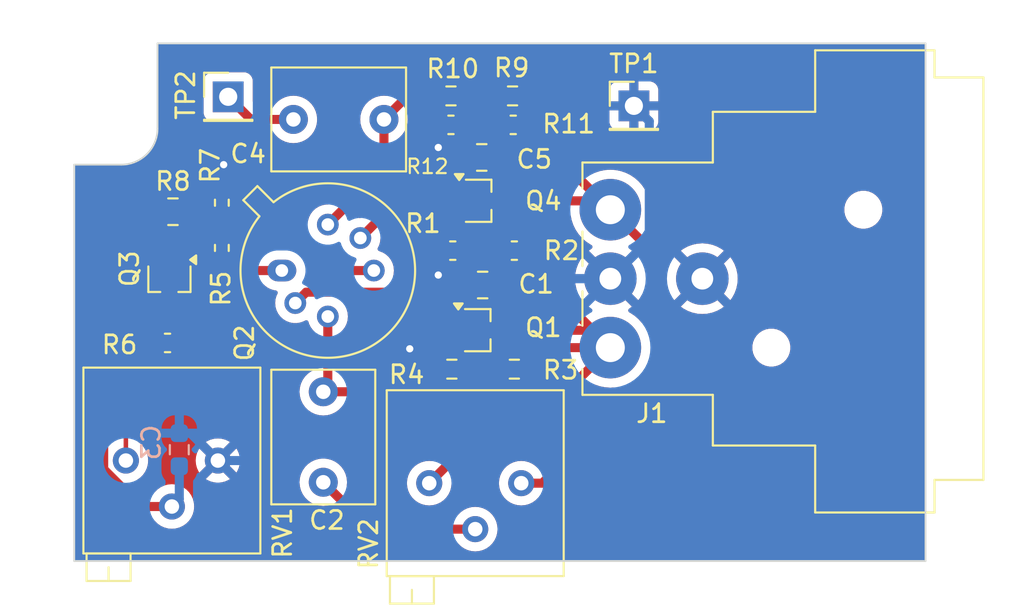
<source format=kicad_pcb>
(kicad_pcb
	(version 20240108)
	(generator "pcbnew")
	(generator_version "8.0")
	(general
		(thickness 1.6)
		(legacy_teardrops no)
	)
	(paper "A4")
	(layers
		(0 "F.Cu" signal)
		(31 "B.Cu" signal)
		(32 "B.Adhes" user "B.Adhesive")
		(33 "F.Adhes" user "F.Adhesive")
		(34 "B.Paste" user)
		(35 "F.Paste" user)
		(36 "B.SilkS" user "B.Silkscreen")
		(37 "F.SilkS" user "F.Silkscreen")
		(38 "B.Mask" user)
		(39 "F.Mask" user)
		(40 "Dwgs.User" user "User.Drawings")
		(41 "Cmts.User" user "User.Comments")
		(42 "Eco1.User" user "User.Eco1")
		(43 "Eco2.User" user "User.Eco2")
		(44 "Edge.Cuts" user)
		(45 "Margin" user)
		(46 "B.CrtYd" user "B.Courtyard")
		(47 "F.CrtYd" user "F.Courtyard")
		(48 "B.Fab" user)
		(49 "F.Fab" user)
		(50 "User.1" user)
		(51 "User.2" user)
		(52 "User.3" user)
		(53 "User.4" user)
		(54 "User.5" user)
		(55 "User.6" user)
		(56 "User.7" user)
		(57 "User.8" user)
		(58 "User.9" user)
	)
	(setup
		(stackup
			(layer "F.SilkS"
				(type "Top Silk Screen")
			)
			(layer "F.Paste"
				(type "Top Solder Paste")
			)
			(layer "F.Mask"
				(type "Top Solder Mask")
				(thickness 0.01)
			)
			(layer "F.Cu"
				(type "copper")
				(thickness 0.035)
			)
			(layer "dielectric 1"
				(type "core")
				(thickness 1.51)
				(material "FR4")
				(epsilon_r 4.5)
				(loss_tangent 0.02)
			)
			(layer "B.Cu"
				(type "copper")
				(thickness 0.035)
			)
			(layer "B.Mask"
				(type "Bottom Solder Mask")
				(thickness 0.01)
			)
			(layer "B.Paste"
				(type "Bottom Solder Paste")
			)
			(layer "B.SilkS"
				(type "Bottom Silk Screen")
			)
			(copper_finish "None")
			(dielectric_constraints no)
		)
		(pad_to_mask_clearance 0)
		(allow_soldermask_bridges_in_footprints no)
		(pcbplotparams
			(layerselection 0x00010fc_ffffffff)
			(plot_on_all_layers_selection 0x0000000_00000000)
			(disableapertmacros no)
			(usegerberextensions no)
			(usegerberattributes yes)
			(usegerberadvancedattributes yes)
			(creategerberjobfile yes)
			(dashed_line_dash_ratio 12.000000)
			(dashed_line_gap_ratio 3.000000)
			(svgprecision 6)
			(plotframeref no)
			(viasonmask no)
			(mode 1)
			(useauxorigin no)
			(hpglpennumber 1)
			(hpglpenspeed 20)
			(hpglpendiameter 15.000000)
			(pdf_front_fp_property_popups yes)
			(pdf_back_fp_property_popups yes)
			(dxfpolygonmode yes)
			(dxfimperialunits yes)
			(dxfusepcbnewfont yes)
			(psnegative no)
			(psa4output no)
			(plotreference yes)
			(plotvalue yes)
			(plotfptext yes)
			(plotinvisibletext no)
			(sketchpadsonfab no)
			(subtractmaskfromsilk no)
			(outputformat 1)
			(mirror no)
			(drillshape 0)
			(scaleselection 1)
			(outputdirectory "preamp-gerbers/")
		)
	)
	(net 0 "")
	(net 1 "Net-(Q1-B)")
	(net 2 "Net-(Q2A-G1)")
	(net 3 "Net-(C2-Pad1)")
	(net 4 "GND")
	(net 5 "Net-(Q3-B)")
	(net 6 "Net-(Q2B-G2)")
	(net 7 "Net-(C4-Pad2)")
	(net 8 "Net-(Q4-B)")
	(net 9 "/out+")
	(net 10 "/out-")
	(net 11 "Net-(Q1-E)")
	(net 12 "Net-(Q2B-S2)")
	(net 13 "Net-(Q2B-D2)")
	(net 14 "Net-(Q2A-S1)")
	(net 15 "Net-(Q3-E)")
	(net 16 "Net-(Q3-C)")
	(net 17 "Net-(R6-Pad2)")
	(footprint "Package_TO_SOT_SMD:SOT-323_SC-70_Handsoldering" (layer "F.Cu") (at 113.4 80.1))
	(footprint "Capacitor_SMD:C_0603_1608Metric_Pad1.08x0.95mm_HandSolder" (layer "F.Cu") (at 115.4 82.85 180))
	(footprint "Capacitor_THT:C_Rect_L7.2mm_W5.5mm_P5.00mm_FKS2_FKP2_MKS2_MKP2" (layer "F.Cu") (at 108.2 75.6 180))
	(footprint "Resistor_SMD:R_0402_1005Metric_Pad0.72x0.64mm_HandSolder" (layer "F.Cu") (at 99.25 80.2025 -90))
	(footprint "Resistor_SMD:R_0603_1608Metric_Pad0.98x0.95mm_HandSolder" (layer "F.Cu") (at 111.95 89.4 180))
	(footprint "Connector_Audio:Jack_XLR_Neutrik_NC3MAAH-0_Horizontal" (layer "F.Cu") (at 120.7 88.21 90))
	(footprint "Connector_PinHeader_2.54mm:PinHeader_1x01_P2.54mm_Vertical" (layer "F.Cu") (at 99.6 74.35))
	(footprint "Potentiometer_THT:Potentiometer_Bourns_3299P_Horizontal" (layer "F.Cu") (at 110.7 95.7 90))
	(footprint "Package_TO_SOT_SMD:SOT-323_SC-70_Handsoldering" (layer "F.Cu") (at 113.35 87.25))
	(footprint "Resistor_SMD:R_0402_1005Metric_Pad0.72x0.64mm_HandSolder" (layer "F.Cu") (at 99.25 82.7 90))
	(footprint "Capacitor_SMD:C_0805_2012Metric_Pad1.18x1.45mm_HandSolder" (layer "F.Cu") (at 113.6 77.7 180))
	(footprint "Capacitor_THT:C_Rect_L7.2mm_W5.5mm_P5.00mm_FKS2_FKP2_MKS2_MKP2" (layer "F.Cu") (at 104.85 95.65 90))
	(footprint "Capacitor_SMD:C_0805_2012Metric_Pad1.18x1.45mm_HandSolder" (layer "F.Cu") (at 113.65 84.75 180))
	(footprint "Package_TO_SOT_SMD:SOT-323_SC-70_Handsoldering" (layer "F.Cu") (at 96.35 84.4 -90))
	(footprint "Package_TO_SOT_THT:TO-39-6" (layer "F.Cu") (at 102.56 83.95))
	(footprint "Capacitor_SMD:C_0603_1608Metric_Pad1.08x0.95mm_HandSolder" (layer "F.Cu") (at 96.25 87.95 180))
	(footprint "Capacitor_SMD:C_0603_1608Metric_Pad1.08x0.95mm_HandSolder" (layer "F.Cu") (at 115.3375 75.9 180))
	(footprint "Resistor_SMD:R_0603_1608Metric_Pad0.98x0.95mm_HandSolder" (layer "F.Cu") (at 115.4 89.4 180))
	(footprint "Resistor_SMD:R_0603_1608Metric_Pad0.98x0.95mm_HandSolder" (layer "F.Cu") (at 111.9 74.3 180))
	(footprint "Connector_PinHeader_2.54mm:PinHeader_1x01_P2.54mm_Vertical" (layer "F.Cu") (at 122 74.85))
	(footprint "Capacitor_SMD:C_0603_1608Metric_Pad1.08x0.95mm_HandSolder" (layer "F.Cu") (at 112 82.85 180))
	(footprint "Resistor_SMD:R_0603_1608Metric_Pad0.98x0.95mm_HandSolder" (layer "F.Cu") (at 115.3 74.3 180))
	(footprint "Capacitor_SMD:C_0603_1608Metric_Pad1.08x0.95mm_HandSolder" (layer "F.Cu") (at 111.9 75.9 180))
	(footprint "Potentiometer_THT:Potentiometer_Bourns_3299P_Horizontal" (layer "F.Cu") (at 93.95 94.45 90))
	(footprint "Capacitor_SMD:C_0805_2012Metric_Pad1.18x1.45mm_HandSolder" (layer "F.Cu") (at 96.55 80.7))
	(footprint "Resistor_SMD:R_0603_1608Metric_Pad0.98x0.95mm_HandSolder" (layer "B.Cu") (at 96.9 93.85 90))
	(gr_line
		(start 91.1 78.1)
		(end 93.7 78.1)
		(stroke
			(width 0.1)
			(type solid)
		)
		(layer "Edge.Cuts")
		(uuid "11b5adb4-e6a2-476b-835f-ed22a20b04d9")
	)
	(gr_line
		(start 91.1 100)
		(end 91.1 78.1)
		(stroke
			(width 0.1)
			(type solid)
		)
		(layer "Edge.Cuts")
		(uuid "2f995cf9-5609-4d11-a1fb-ee1cb4f8dffc")
	)
	(gr_line
		(start 138.1 100)
		(end 91.1 100)
		(stroke
			(width 0.1)
			(type solid)
		)
		(layer "Edge.Cuts")
		(uuid "3c5c12ef-f10c-449b-a2ce-4b508968d3e6")
	)
	(gr_line
		(start 95.7 71.4)
		(end 138.1 71.4)
		(stroke
			(width 0.1)
			(type solid)
		)
		(layer "Edge.Cuts")
		(uuid "4c23314d-7cbe-4c2c-a9a2-fca4408e3d0f")
	)
	(gr_arc
		(start 95.7 76.1)
		(mid 95.114214 77.514214)
		(end 93.7 78.1)
		(stroke
			(width 0.1)
			(type solid)
		)
		(layer "Edge.Cuts")
		(uuid "66ac63bf-d87c-4b80-928b-dbe343625a07")
	)
	(gr_line
		(start 95.7 76.1)
		(end 95.7 71.4)
		(stroke
			(width 0.1)
			(type solid)
		)
		(layer "Edge.Cuts")
		(uuid "75fd906f-d12c-46eb-9319-9e642f0e04a2")
	)
	(gr_line
		(start 138.1 71.4)
		(end 138.1 100)
		(stroke
			(width 0.1)
			(type solid)
		)
		(layer "Edge.Cuts")
		(uuid "c10d09e9-f568-4fcd-8f2a-821f3c71ce48")
	)
	(segment
		(start 112.8375 86.6)
		(end 112.02 86.6)
		(width 0.5)
		(layer "F.Cu")
		(net 1)
		(uuid "1a03b1d9-e2f2-4c14-ac71-16c7d830d393")
	)
	(segment
		(start 112.8625 82.85)
		(end 114.5375 82.85)
		(width 0.5)
		(layer "F.Cu")
		(net 1)
		(uuid "30c2886a-b3d5-4d2b-aee0-8eeccfcf4791")
	)
	(segment
		(start 114.6875 84.75)
		(end 112.8375 86.6)
		(width 0.5)
		(layer "F.Cu")
		(net 1)
		(uuid "4e1c3916-28b6-4754-8412-e04258d91976")
	)
	(segment
		(start 114.5375 84.6)
		(end 114.6875 84.75)
		(width 0.5)
		(layer "F.Cu")
		(net 1)
		(uuid "58af0c82-e6c0-4e10-aeac-feeccf974ac1")
	)
	(segment
		(start 114.5375 82.85)
		(end 114.5375 84.6)
		(width 0.5)
		(layer "F.Cu")
		(net 1)
		(uuid "c2a1a99d-4f8d-4efc-ae30-3e80bcaf7607")
	)
	(segment
		(start 111.6125 90.65)
		(end 112.8625 89.4)
		(width 0.5)
		(layer "F.Cu")
		(net 2)
		(uuid "b6f0d615-7841-4f1b-9e51-190e9884c42d")
	)
	(segment
		(start 105.1 86.49)
		(end 105.1 90.4)
		(width 0.5)
		(layer "F.Cu")
		(net 2)
		(uuid "ddaaa924-dbcb-4e7c-b425-1ed5d8817619")
	)
	(segment
		(start 105.1 90.4)
		(end 104.85 90.65)
		(width 0.5)
		(layer "F.Cu")
		(net 2)
		(uuid "ebccc89a-7579-4c79-b4ce-4b39b6da44b9")
	)
	(segment
		(start 104.85 90.65)
		(end 111.6125 90.65)
		(width 0.5)
		(layer "F.Cu")
		(net 2)
		(uuid "f843d6c1-9804-48aa-a5ce-013a841a957a")
	)
	(segment
		(start 112.8625 89.4)
		(end 114.4875 89.4)
		(width 0.5)
		(layer "F.Cu")
		(net 2)
		(uuid "f89aeba2-b262-4008-a166-e44c29f4585b")
	)
	(segment
		(start 107.44 98.24)
		(end 104.85 95.65)
		(width 0.5)
		(layer "F.Cu")
		(net 3)
		(uuid "30e618bc-e000-491c-9161-3721f7945632")
	)
	(segment
		(start 113.24 98.24)
		(end 107.44 98.24)
		(width 0.5)
		(layer "F.Cu")
		(net 3)
		(uuid "5adff9d9-0e13-48cc-8e10-876dd592cfeb")
	)
	(segment
		(start 110.75 89.4)
		(end 109.623922 88.273922)
		(width 0.5)
		(layer "F.Cu")
		(net 4)
		(uuid "1925e485-85d3-4035-bfff-4b94e9b0329f")
	)
	(segment
		(start 112.8625 84.5)
		(end 112.6125 84.75)
		(width 0.25)
		(layer "F.Cu")
		(net 4)
		(uuid "1de3ef46-1a12-47ec-8cac-0178b64fb0a1")
	)
	(segment
		(start 110.9875 74.3)
		(end 110.9875 75.85)
		(width 0.5)
		(layer "F.Cu")
		(net 4)
		(uuid "24ccbb9d-df3e-438b-a621-ee93981ea8f5")
	)
	(segment
		(start 111.0375 89.4)
		(end 110.75 89.4)
		(width 0.5)
		(layer "F.Cu")
		(net 4)
		(uuid "290afe71-94d2-4bf5-823f-68cb8ba77354")
	)
	(segment
		(start 111.1375 82.85)
		(end 111.1375 84.1375)
		(width 0.5)
		(layer "F.Cu")
		(net 4)
		(uuid "2ac62534-8623-4c52-a9c5-4751a0893cc7")
	)
	(segment
		(start 112.6125 84.75)
		(end 111.75 84.75)
		(width 0.5)
		(layer "F.Cu")
		(net 4)
		(uuid "3bfeb015-d095-4468-9150-0a0e1be98947")
	)
	(segment
		(start 111.0375 76.9875)
		(end 111.2 77.15)
		(width 0.5)
		(layer "F.Cu")
		(net 4)
		(uuid "404fd145-2dd2-4841-97c9-e6c4953835a2")
	)
	(segment
		(start 110.9875 75.85)
		(end 111.0375 75.9)
		(width 0.5)
		(layer "F.Cu")
		(net 4)
		(uuid "56b64bf7-4518-4800-a49c-df02eec93aca")
	)
	(segment
		(start 112.5625 77.7)
		(end 111.75 77.7)
		(width 0.5)
		(layer "F.Cu")
		(net 4)
		(uuid "92695814-34b1-4bed-89b6-f91b3a9eb4e5")
	)
	(segment
		(start 111.75 77.7)
		(end 111.2 77.15)
		(width 0.5)
		(layer "F.Cu")
		(net 4)
		(uuid "cb050024-08dc-49d5-819a-bdf2bdb1498f")
	)
	(segment
		(start 97.5875 79.8625)
		(end 99.35 78.1)
		(width 0.5)
		(layer "F.Cu")
		(net 4)
		(uuid "d5450c3b-482d-47a4-a315-4a41eed2b9a0")
	)
	(segment
		(start 111.1375 84.1375)
		(end 111.2 84.2)
		(width 0.5)
		(layer "F.Cu")
		(net 4)
		(uuid "d6b22302-f248-45de-980a-f6d22d026aa5")
	)
	(segment
		(start 111.75 84.75)
		(end 111.2 84.2)
		(width 0.5)
		(layer "F.Cu")
		(net 4)
		(uuid "ede4e7b3-99cb-4e03-bb78-a926d1e9e214")
	)
	(segment
		(start 97.5875 80.7)
		(end 97.5875 79.8625)
		(width 0.5)
		(layer "F.Cu")
		(net 4)
		(uuid "f3a6c7fc-5b8a-43ec-bbd0-e49ad2ed3f76")
	)
	(segment
		(start 111.0375 75.9)
		(end 111.0375 76.9875)
		(width 0.5)
		(layer "F.Cu")
		(net 4)
		(uuid "f8695be8-2e89-4dbb-8969-93f5e394584f")
	)
	(via
		(at 111.2 77.15)
		(size 0.8)
		(drill 0.4)
		(layers "F.Cu" "B.Cu")
		(net 4)
		(uuid "1f697757-f85c-4412-aff0-3309f2b98025")
	)
	(via
		(at 99.35 78.1)
		(size 0.8)
		(drill 0.4)
		(layers "F.Cu" "B.Cu")
		(net 4)
		(uuid "1f70f0b2-fabe-4aaa-ae11-cf9da5e51d9c")
	)
	(via
		(at 111.2 84.2)
		(size 0.8)
		(drill 0.4)
		(layers "F.Cu" "B.Cu")
		(net 4)
		(uuid "272b2bb2-6b01-4931-b5af-e96591dd1c37")
	)
	(via
		(at 109.623922 88.273922)
		(size 0.8)
		(drill 0.4)
		(layers "F.Cu" "B.Cu")
		(net 4)
		(uuid "9995ad4e-1feb-4b1c-aa3b-1ad0f3213089")
	)
	(segment
		(start 113.297845 84.2)
		(end 113.497845 84.4)
		(width 0.5)
		(layer "B.Cu")
		(net 4)
		(uuid "07feffc7-7e6b-449e-a5ac-2e6a1a447a86")
	)
	(segment
		(start 99.35 78.1)
		(end 101.075 79.825)
		(width 0.5)
		(layer "B.Cu")
		(net 4)
		(uuid "15446c08-3b1d-4088-8e93-86cb14403a69")
	)
	(segment
		(start 109.623922 88.273922)
		(end 113.497845 84.4)
		(width 0.5)
		(layer "B.Cu")
		(net 4)
		(uuid "3b3dfd4a-3892-4f2f-bb54-d1a4d9af503a")
	)
	(segment
		(start 103.447845 94.45)
		(end 109.623922 88.273922)
		(width 0.5)
		(layer "B.Cu")
		(net 4)
		(uuid "3d98f90c-0f1e-4552-a107-f9d891c4414e")
	)
	(segment
		(start 97.5175 92.9375)
		(end 99.03 94.45)
		(width 0.5)
		(layer "B.Cu")
		(net 4)
		(uuid "5c9b1e9b-05ef-4361-aba7-6ac5b8771eb3")
	)
	(segment
		(start 113.875 79.825)
		(end 111.2 77.15)
		(width 0.5)
		(layer "B.Cu")
		(net 4)
		(uuid "67e56b0c-3d02-459e-8231-405ed08a18ca")
	)
	(segment
		(start 111.2 84.2)
		(end 113.297845 84.2)
		(width 0.5)
		(layer "B.Cu")
		(net 4)
		(uuid "6f8ea33d-dd51-4ca6-b1a7-5f13c687a1fa")
	)
	(segment
		(start 96.9 92.9375)
		(end 97.5175 92.9375)
		(width 0.5)
		(layer "B.Cu")
		(net 4)
		(uuid "74737dc0-858c-4ad6-808f-58b9b73ce427")
	)
	(segment
		(start 120.7 84.4)
		(end 118.45 84.4)
		(width 0.5)
		(layer "B.Cu")
		(net 4)
		(uuid "8b5b112a-2dec-4bd4-88e8-bb35c657ea9f")
	)
	(segment
		(start 99.03 94.45)
		(end 103.447845 94.45)
		(width 0.5)
		(layer "B.Cu")
		(net 4)
		(uuid "9b2ede11-ff15-458b-bf6c-0157861c2be6")
	)
	(segment
		(start 122.85 82.25)
		(end 120.7 84.4)
		(width 0.5)
		(layer "B.Cu")
		(net 4)
		(uuid "b2d94b7e-7da5-4723-9d9d-98a20423f029")
	)
	(segment
		(start 113.497845 84.4)
		(end 120.7 84.4)
		(width 0.5)
		(layer "B.Cu")
		(net 4)
		(uuid "c47a61d5-ad6b-437e-80f5-49662144698e")
	)
	(segment
		(start 101.075 79.825)
		(end 113.875 79.825)
		(width 0.5)
		(layer "B.Cu")
		(net 4)
		(uuid "e4389078-6e29-43ed-85c5-562f3876fabe")
	)
	(segment
		(start 122 74.85)
		(end 122.85 75.7)
		(width 0.5)
		(layer "B.Cu")
		(net 4)
		(uuid "f8766d68-1ddd-4b93-8f88-afcb7fafd8d7")
	)
	(segment
		(start 118.45 84.4)
		(end 113.875 79.825)
		(width 0.5)
		(layer "B.Cu")
		(net 4)
		(uuid "f96ccb01-deda-4167-a314-646f1431e6cb")
	)
	(segment
		(start 122.85 75.7)
		(end 122.85 82.25)
		(width 0.5)
		(layer "B.Cu")
		(net 4)
		(uuid "fb1ea1b0-3927-498d-9a11-87fcb6c4344b")
	)
	(segment
		(start 96.805 83.595)
		(end 92.725 87.675)
		(width 0.5)
		(layer "F.Cu")
		(net 5)
		(uuid "06aa97e4-4b1e-4917-a9bf-ed1ae3190cbe")
	)
	(segment
		(start 94.79 96.99)
		(end 96.49 96.99)
		(width 0.5)
		(layer "F.Cu")
		(net 5)
		(uuid "29384aed-6f8c-483e-8b68-876f6be0b1ac")
	)
	(segment
		(start 97 83.595)
		(end 96.805 83.595)
		(width 0.5)
		(layer "F.Cu")
		(net 5)
		(uuid "4da96f83-7b1a-4d54-aecd-61d7232aec32")
	)
	(segment
		(start 97 83.07)
		(end 97 83.595)
		(width 0.5)
		(layer "F.Cu")
		(net 5)
		(uuid "8cb29279-2372-42f8-9844-0f7a77e42831")
	)
	(segment
		(start 92.725 87.675)
		(end 92.725 94.925)
		(width 0.5)
		(layer "F.Cu")
		(net 5)
		(uuid "d7bac091-e3db-4c9b-bfe4-a39f74934b1c")
	)
	(segment
		(start 92.725 94.925)
		(end 94.79 96.99)
		(width 0.5)
		(layer "F.Cu")
		(net 5)
		(uuid "f41ae8cf-cddc-4d6d-88df-30be4db646e6")
	)
	(segment
		(start 96.9 94.7625)
		(end 96.9 96.58)
		(width 0.5)
		(layer "B.Cu")
		(net 5)
		(uuid "4f6326d9-5bf1-4e5f-b470-6faf678ca4de")
	)
	(segment
		(start 96.9 96.58)
		(end 96.49 96.99)
		(width 0.5)
		(layer "B.Cu")
		(net 5)
		(uuid "9db1d624-e66c-4841-af7f-912c3336601d")
	)
	(segment
		(start 108.2 75.6)
		(end 110.6 73.2)
		(width 0.5)
		(layer "F.Cu")
		(net 6)
		(uuid "06e6af20-2d68-4649-8254-ed4659191908")
	)
	(segment
		(start 114.3875 74.3)
		(end 112.8125 74.3)
		(width 0.5)
		(layer "F.Cu")
		(net 6)
		(uuid "15ccb6c8-ce66-4e18-b095-f43ee301b731")
	)
	(segment
		(start 108.2 78.31)
		(end 105.1 81.41)
		(width 0.5)
		(layer "F.Cu")
		(net 6)
		(uuid "3353da37-a196-4a9b-b167-30f3398c0d01")
	)
	(segment
		(start 110.6 73.2)
		(end 112.3 73.2)
		(width 0.5)
		(layer "F.Cu")
		(net 6)
		(uuid "5a078fa1-e8b2-40a4-90e1-4373fe53417a")
	)
	(segment
		(start 108.2 75.6)
		(end 108.2 78.31)
		(width 0.5)
		(layer "F.Cu")
		(net 6)
		(uuid "657df269-8999-4a50-a462-6ebb0cb1da7b")
	)
	(segment
		(start 112.8125 73.7125)
		(end 112.8125 74.3)
		(width 0.5)
		(layer "F.Cu")
		(net 6)
		(uuid "ab4e8d8f-8dd3-4112-bb9c-33ef18d4ce07")
	)
	(segment
		(start 112.3 73.2)
		(end 112.8125 73.7125)
		(width 0.5)
		(layer "F.Cu")
		(net 6)
		(uuid "f0b6640d-a5ea-4d2f-b9a3-f4b76b34539b")
	)
	(segment
		(start 103.2 75.6)
		(end 100.85 75.6)
		(width 0.5)
		(layer "F.Cu")
		(net 7)
		(uuid "734c63af-3b5e-4b8e-80c5-b3cb63a7c6a3")
	)
	(segment
		(start 100.85 75.6)
		(end 99.6 74.35)
		(width 0.5)
		(layer "F.Cu")
		(net 7)
		(uuid "aa9a29ba-6642-45b7-a0fb-beb81a84f3e5")
	)
	(segment
		(start 114.475 75.9)
		(end 114.475 77.5375)
		(width 0.5)
		(layer "F.Cu")
		(net 8)
		(uuid "420b0fd8-fa7b-40d8-942b-6910daac768e")
	)
	(segment
		(start 112.7625 75.9)
		(end 114.475 75.9)
		(width 0.5)
		(layer "F.Cu")
		(net 8)
		(uuid "683ca214-77f2-4c19-9dd4-648c453a552a")
	)
	(segment
		(start 112.8875 79.45)
		(end 112.07 79.45)
		(width 0.5)
		(layer "F.Cu")
		(net 8)
		(uuid "7a5f7191-d7eb-42bd-9c53-5502c4712542")
	)
	(segment
		(start 114.475 77.5375)
		(end 114.6375 77.7)
		(width 0.5)
		(layer "F.Cu")
		(net 8)
		(uuid "ae2043d4-08f0-456c-9493-e7742c451599")
	)
	(segment
		(start 114.6375 77.7)
		(end 112.8875 79.45)
		(width 0.5)
		(layer "F.Cu")
		(net 8)
		(uuid "ea952ae2-7659-4628-a85a-de13d2ca4559")
	)
	(segment
		(start 113.05 93.35)
		(end 110.7 95.7)
		(width 0.5)
		(layer "F.Cu")
		(net 9)
		(uuid "17a67fb5-0a09-4fea-918b-775894a1e6d0")
	)
	(segment
		(start 117.5025 88.21)
		(end 116.3125 89.4)
		(width 0.5)
		(layer "F.Cu")
		(net 9)
		(uuid "2afedae9-9481-45f8-8d87-a654332b7e69")
	)
	(segment
		(start 120.7 88.21)
		(end 117.5025 88.21)
		(width 0.5)
		(layer "F.Cu")
		(net 9)
		(uuid "5ca916b2-78f3-47a7-a2b1-4fe553a48c15")
	)
	(segment
		(start 120.7 88.21)
		(end 115.56 93.35)
		(width 0.5)
		(layer "F.Cu")
		(net 9)
		(uuid "6b65a797-3925-471e-a78d-ee118ed00cfd")
	)
	(segment
		(start 115.56 93.35)
		(end 113.05 93.35)
		(width 0.5)
		(layer "F.Cu")
		(net 9)
		(uuid "6cec307c-3dcc-4258-9206-24d071cc6163")
	)
	(segment
		(start 119.74 87.25)
		(end 120.7 88.21)
		(width 0.5)
		(layer "F.Cu")
		(net 9)
		(uuid "b4114b42-9a52-480d-8dde-000f73fdcb09")
	)
	(segment
		(start 120.7 88.21)
		(end 116.2625 83.7725)
		(width 0.5)
		(layer "F.Cu")
		(net 9)
		(uuid "e35abb06-7964-4810-81b5-4510d134fa6e")
	)
	(segment
		(start 116.2625 83.7725)
		(end 116.2625 82.85)
		(width 0.5)
		(layer "F.Cu")
		(net 9)
		(uuid "ea05f3c2-c392-4dd1-8c1c-4abc27fe3d13")
	)
	(segment
		(start 114.68 87.25)
		(end 119.74 87.25)
		(width 0.5)
		(layer "F.Cu")
		(net 9)
		(uuid "fdd67fd7-2201-4a09-9c69-7e51f54cc815")
	)
	(segment
		(start 123.4 83.29)
		(end 120.7 80.59)
		(width 0.5)
		(layer "F.Cu")
		(net 10)
		(uuid "2883ab3c-707b-4e0e-8222-9e5a9a9d8a38")
	)
	(segment
		(start 116.2 76.09)
		(end 116.2 75.9)
		(width 0.5)
		(layer "F.Cu")
		(net 10)
		(uuid "3401c689-7759-4dfb-b8f5-0ca8a3cd5dd5")
	)
	(segment
		(start 116.2125 76.1025)
		(end 116.2125 74.3)
		(width 0.5)
		(layer "F.Cu")
		(net 10)
		(uuid "40820f99-7b65-427e-9f3c-0545a77ba79c")
	)
	(segment
		(start 120.7 80.59)
		(end 116.2 76.09)
		(width 0.5)
		(layer "F.Cu")
		(net 10)
		(uuid "58cb47e2-7254-470b-b563-8bcf50cf22eb")
	)
	(segment
		(start 120.21 80.1)
		(end 120.7 80.59)
		(width 0.5)
		(layer "F.Cu")
		(net 10)
		(uuid "828c0a2b-4f79-46c3-bcca-79c90d2bc4b1")
	)
	(segment
		(start 123.4 89.243526)
		(end 123.4 83.29)
		(width 0.5)
		(layer "F.Cu")
		(net 10)
		(uuid "c0190ae2-ac1a-4434-b80a-a368a6011525")
	)
	(segment
		(start 115.78 95.7)
		(end 116.943526 95.7)
		(width 0.5)
		(layer "F.Cu")
		(net 10)
		(uuid "dee844f0-18a8-436a-8973-3dd15cd0cbaa")
	)
	(segment
		(start 114.73 80.1)
		(end 120.21 80.1)
		(width 0.5)
		(layer "F.Cu")
		(net 10)
		(uuid "efd42501-6915-48ff-a3db-57a534bfc0db")
	)
	(segment
		(start 120.7 80.59)
		(end 116.2125 76.1025)
		(width 0.5)
		(layer "F.Cu")
		(net 10)
		(uuid "fa62f2d0-8631-4a76-b824-5b40e7c94633")
	)
	(segment
		(start 116.943526 95.7)
		(end 123.4 89.243526)
		(width 0.5)
		(layer "F.Cu")
		(net 10)
		(uuid "fee95486-4425-4a22-9745-1adb11f5a9a7")
	)
	(segment
		(start 103.303949 85.746051)
		(end 103.903949 85.146051)
		(width 0.5)
		(layer "F.Cu")
		(net 11)
		(uuid "23773528-23fd-4f9e-b391-8412a76a75d1")
	)
	(segment
		(start 111.495 87.9)
		(end 111.0475 87.4525)
		(width 0.25)
		(layer "F.Cu")
		(net 11)
		(uuid "267421c0-6f51-4882-98b9-ba7da12b519e")
	)
	(segment
		(start 112.02 87.9)
		(end 111.495 87.9)
		(width 0.5)
		(layer "F.Cu")
		(net 11)
		(uuid "467497be-320a-4e61-b9f0-e0983a11b7dc")
	)
	(segment
		(start 103.903949 85.146051)
		(end 108.741051 85.146051)
		(width 0.5)
		(layer "F.Cu")
		(net 11)
		(uuid "5dcc25b4-74c9-4470-9e58-f7e96de46afc")
	)
	(segment
		(start 108.741051 85.146051)
		(end 110.7475 87.1525)
		(width 0.5)
		(layer "F.Cu")
		(net 11)
		(uuid "61fdaeff-b0f4-458b-ae87-3e5df542631d")
	)
	(segment
		(start 111.495 87.9)
		(end 110.7475 87.1525)
		(width 0.5)
		(layer "F.Cu")
		(net 11)
		(uuid "7635f8cc-bd94-4584-bdb2-2ed816f9da5d")
	)
	(segment
		(start 110.7475 87.1525)
		(end 111.0475 87.4525)
		(width 0.5)
		(layer "F.Cu")
		(net 11)
		(uuid "d95b5cf8-9142-4c81-a160-353d65c9d9cc")
	)
	(segment
		(start 107.64 83.95)
		(end 105.45 83.95)
		(width 0.5)
		(layer "F.Cu")
		(net 12)
		(uuid "29e85d24-f419-41a4-9cc4-9d4d9e8a6145")
	)
	(segment
		(start 105.45 83.95)
		(end 101.105 79.605)
		(width 0.5)
		(layer "F.Cu")
		(net 12)
		(uuid "69fb4c68-1d1d-4468-93ad-6e98047a187f")
	)
	(segment
		(start 101.105 79.605)
		(end 99.25 79.605)
		(width 0.5)
		(layer "F.Cu")
		(net 12)
		(uuid "9550d481-f2b1-49d7-86c5-d263e1ffadfe")
	)
	(segment
		(start 106.896051 82.153949)
		(end 107.825 81.225)
		(width 0.5)
		(layer "F.Cu")
		(net 13)
		(uuid "09ab49f8-d55d-4caa-b095-b9ab55b36d18")
	)
	(segment
		(start 108.3 80.75)
		(end 108.2 80.85)
		(width 0.25)
		(layer "F.Cu")
		(net 13)
		(uuid "1c5f97b0-773d-4137-9c41-37b853a79ae6")
	)
	(segment
		(start 107.825 81.225)
		(end 108.2 80.85)
		(width 0.5)
		(layer "F.Cu")
		(net 13)
		(uuid "43640463-3e28-4263-82e4-192f247a391a")
	)
	(segment
		(start 108.3 80.75)
		(end 107.825 81.225)
		(width 0.5)
		(layer "F.Cu")
		(net 13)
		(uuid "5ca35dff-5d25-42d3-9470-6c9eafed8582")
	)
	(segment
		(start 112.07 80.75)
		(end 108.3 80.75)
		(width 0.5)
		(layer "F.Cu")
		(net 13)
		(uuid "96ae95fa-ff48-44a0-bdde-cec01e892ba6")
	)
	(segment
		(start 99.25 83.2975)
		(end 99.9025 83.95)
		(width 0.5)
		(layer "F.Cu")
		(net 14)
		(uuid "bfbea511-6063-44c2-8380-31b62de585c4")
	)
	(segment
		(start 99.9025 83.95)
		(end 102.56 83.95)
		(width 0.5)
		(layer "F.Cu")
		(net 14)
		(uuid "c425fc9e-4c23-413f-8ca0-91ee8559be7e")
	)
	(segment
		(start 95.7 80.8875)
		(end 95.5125 80.7)
		(width 0.5)
		(layer "F.Cu")
		(net 15)
		(uuid "4e618b0e-7ac4-4498-ae97-74f9db5dd9de")
	)
	(segment
		(start 95.7 83.07)
		(end 95.7 80.8875)
		(width 0.5)
		(layer "F.Cu")
		(net 15)
		(uuid "c5956f3c-f05f-4a68-aaa2-596d6ad24370")
	)
	(segment
		(start 96.35 85.73)
		(end 96.35 87.1875)
		(width 0.5)
		(layer "F.Cu")
		(net 16)
		(uuid "4612ad31-354f-4cc9-8ae8-657a4c775fb8")
	)
	(segment
		(start 96.35 85.73)
		(end 98.1 83.98)
		(width 0.5)
		(layer "F.Cu")
		(net 16)
		(uuid "6e8e7347-065b-4fde-9c67-941175218d3e")
	)
	(segment
		(start 97.1125 87.95)
		(end 96.35 87.1875)
		(width 0.5)
		(layer "F.Cu")
		(net 16)
		(uuid "7788d9fc-97b3-4a2c-8f6c-c68b623e2a99")
	)
	(segment
		(start 99.25 82.1025)
		(end 98.4475 82.1025)
		(width 0.5)
		(layer "F.Cu")
		(net 16)
		(uuid "bad1dc77-7a78-4f80-a219-f13117cf2f45")
	)
	(segment
		(start 99.25 80.8)
		(end 99.25 82.1025)
		(width 0.5)
		(layer "F.Cu")
		(net 16)
		(uuid "c3fdf158-1008-4f1d-85d8-fe05117982a2")
	)
	(segment
		(start 98.1 82.45)
		(end 98.4475 82.1025)
		(width 0.5)
		(layer "F.Cu")
		(net 16)
		(uuid "d6ff42b9-1efc-431b-ac41-d7da72bbf093")
	)
	(segment
		(start 98.1 83.98)
		(end 98.1 82.45)
		(width 0.5)
		(layer "F.Cu")
		(net 16)
		(uuid "e1ac4992-0e25-4e8c-b484-1d357e5d5f2f")
	)
	(segment
		(start 93.95 89.3875)
		(end 93.95 94.45)
		(width 0.25)
		(layer "F.Cu")
		(net 17)
		(uuid "245ccbd5-286a-479b-822a-59c65309921f")
	)
	(segment
		(start 95.3875 87.95)
		(end 93.95 89.3875)
		(width 0.25)
		(layer "F.Cu")
		(net 17)
		(uuid "72919b12-6f47-43ed-9501-ee0dada0b412")
	)
	(zone
		(net 4)
		(net_name "GND")
		(layer "F.Cu")
		(uuid "04c525df-55d5-48c5-96af-d746ce1aa35f")
		(hatch edge 0.5)
		(connect_pads
			(clearance 0.508)
		)
		(min_thickness 0.25)
		(filled_areas_thickness no)
		(fill yes
			(thermal_gap 0.5)
			(thermal_bridge_width 0.5)
		)
		(polygon
			(pts
				(xy 88.4 69.95) (xy 140 70) (xy 140 102) (xy 88 102) (xy 88 70)
			)
		)
		(filled_polygon
			(layer "F.Cu")
			(pts
				(xy 108.442547 85.924236) (xy 108.463189 85.94087) (xy 110.743431 88.221112) (xy 110.776916 88.282435)
				(xy 110.771932 88.352127) (xy 110.73006 88.40806) (xy 110.668354 88.432151) (xy 110.637347 88.435319)
				(xy 110.473699 88.489546) (xy 110.473688 88.489551) (xy 110.326965 88.580052) (xy 110.326961 88.580055)
				(xy 110.205055 88.701961) (xy 110.205052 88.701965) (xy 110.114551 88.848688) (xy 110.114546 88.848699)
				(xy 110.060319 89.012347) (xy 110.05 89.113345) (xy 110.05 89.15) (xy 111.1635 89.15) (xy 111.230539 89.169685)
				(xy 111.276294 89.222489) (xy 111.2875 89.274) (xy 111.2875 89.526) (xy 111.267815 89.593039) (xy 111.215011 89.638794)
				(xy 111.1635 89.65) (xy 110.050001 89.65) (xy 110.050001 89.686656) (xy 110.056973 89.754899) (xy 110.044203 89.823591)
				(xy 109.996322 89.874476) (xy 109.933615 89.8915) (xy 105.9825 89.8915) (xy 105.915461 89.871815)
				(xy 105.869706 89.819011) (xy 105.8585 89.7675) (xy 105.8585 87.353268) (xy 105.878185 87.286229)
				(xy 105.89896 87.261633) (xy 105.922701 87.239991) (xy 106.046503 87.07605) (xy 106.138074 86.892152)
				(xy 106.194294 86.694559) (xy 106.213249 86.49) (xy 106.194294 86.285441) (xy 106.138074 86.087848)
				(xy 106.136069 86.083822) (xy 106.123807 86.015041) (xy 106.150679 85.950545) (xy 106.208153 85.910816)
				(xy 106.247069 85.904551) (xy 108.375508 85.904551)
			)
		)
		(filled_polygon
			(layer "F.Cu")
			(pts
				(xy 122.244396 85.590843) (xy 122.244396 85.590842) (xy 122.344637 85.45694) (xy 122.408668 85.339676)
				(xy 122.458073 85.29027) (xy 122.526346 85.275418) (xy 122.59181 85.299835) (xy 122.633682 85.355768)
				(xy 122.6415 85.399102) (xy 122.6415 86.744862) (xy 122.621815 86.811901) (xy 122.569011 86.857656)
				(xy 122.499853 86.8676) (xy 122.436297 86.838575) (xy 122.424273 86.826622) (xy 122.264996 86.645004)
				(xy 122.118466 86.5165) (xy 122.047335 86.454119) (xy 122.047331 86.454116) (xy 122.047329 86.454114)
				(xy 121.806621 86.293279) (xy 121.755404 86.268022) (xy 121.703985 86.220717) (xy 121.686303 86.153122)
				(xy 121.707973 86.086697) (xy 121.750824 86.047976) (xy 121.756945 86.044633) (xy 121.890842 85.944396)
				(xy 121.890843 85.944396) (xy 120.911059 84.964612) (xy 120.931591 84.959111) (xy 121.068408 84.880119)
				(xy 121.180119 84.768408) (xy 121.259111 84.631591) (xy 121.264612 84.611059)
			)
		)
		(filled_polygon
			(layer "F.Cu")
			(pts
				(xy 113.533703 80.500141) (xy 113.55923 80.530731) (xy 113.584195 80.572943) (xy 113.597912 80.596138)
				(xy 113.597918 80.596146) (xy 113.708853 80.707081) (xy 113.708857 80.707084) (xy 113.708859 80.707086)
				(xy 113.843911 80.786956) (xy 113.883644 80.798499) (xy 113.994577 80.830729) (xy 113.99458 80.830729)
				(xy 113.994582 80.83073) (xy 114.02978 80.8335) (xy 114.517401 80.8335) (xy 114.541591 80.835882)
				(xy 114.563526 80.840246) (xy 114.655291 80.8585) (xy 114.655294 80.8585) (xy 118.399877 80.8585)
				(xy 118.466916 80.878185) (xy 118.512671 80.930989) (xy 118.521494 80.958309) (xy 118.553434 81.118886)
				(xy 118.562174 81.162822) (xy 118.562177 81.162836) (xy 118.655232 81.436965) (xy 118.655241 81.436986)
				(xy 118.783279 81.696621) (xy 118.944114 81.937329) (xy 118.944116 81.937331) (xy 118.944119 81.937335)
				(xy 119.135004 82.154996) (xy 119.352665 82.345881) (xy 119.352668 82.345883) (xy 119.35267 82.345885)
				(xy 119.593375 82.506718) (xy 119.593376 82.506718) (xy 119.59338 82.506721) (xy 119.644596 82.531977)
				(xy 119.696014 82.579281) (xy 119.713696 82.646877) (xy 119.692027 82.713301) (xy 119.649188 82.752016)
				(xy 119.643062 82.755361) (xy 119.643054 82.755366) (xy 119.509156 82.855601) (xy 119.509155 82.855602)
				(xy 120.48894 83.835387) (xy 120.468409 83.840889) (xy 120.331592 83.919881) (xy 120.219881 84.031592)
				(xy 120.140889 84.168409) (xy 120.135387 84.18894) (xy 119.155602 83.209155) (xy 119.155601 83.209156)
				(xy 119.055366 83.343054) (xy 119.055361 83.343061) (xy 118.921689 83.587865) (xy 118.824207 83.849225)
				(xy 118.764919 84.121769) (xy 118.764918 84.121776) (xy 118.745019 84.399998) (xy 118.745019 84.400001)
				(xy 118.764918 84.678223) (xy 118.764919 84.67823) (xy 118.820833 84.935266) (xy 118.815849 85.004958)
				(xy 118.773977 85.060891) (xy 118.708513 85.085308) (xy 118.64024 85.070456) (xy 118.611986 85.049305)
				(xy 117.207394 83.644713) (xy 117.173909 83.58339) (xy 117.178893 83.513698) (xy 117.189534 83.491939)
				(xy 117.243209 83.40492) (xy 117.298062 83.239381) (xy 117.3085 83.137213) (xy 117.308499 82.562788)
				(xy 117.298062 82.460619) (xy 117.243209 82.29508) (xy 117.243205 82.295074) (xy 117.243204 82.295071)
				(xy 117.15166 82.146657) (xy 117.151657 82.146653) (xy 117.028346 82.023342) (xy 117.028342 82.023339)
				(xy 116.879928 81.931795) (xy 116.879922 81.931792) (xy 116.87992 81.931791) (xy 116.773972 81.896684)
				(xy 116.714382 81.876938) (xy 116.612214 81.8665) (xy 115.912794 81.8665) (xy 115.912778 81.866501)
				(xy 115.810617 81.876938) (xy 115.645082 81.93179) (xy 115.645071 81.931795) (xy 115.496657 82.023339)
				(xy 115.496653 82.023342) (xy 115.487681 82.032315) (xy 115.426358 82.0658) (xy 115.356666 82.060816)
				(xy 115.312319 82.032315) (xy 115.303346 82.023342) (xy 115.303342 82.023339) (xy 115.154928 81.931795)
				(xy 115.154922 81.931792) (xy 115.15492 81.931791) (xy 115.048972 81.896684) (xy 114.989382 81.876938)
				(xy 114.887214 81.8665) (xy 114.187794 81.8665) (xy 114.187778 81.866501) (xy 114.085617 81.876938)
				(xy 113.920082 81.93179) (xy 113.920071 81.931795) (xy 113.765507 82.027133) (xy 113.763857 82.024458)
				(xy 113.712079 82.045329) (xy 113.643441 82.032269) (xy 113.634764 82.026692) (xy 113.634493 82.027133)
				(xy 113.479928 81.931795) (xy 113.479922 81.931792) (xy 113.47992 81.931791) (xy 113.373972 81.896684)
				(xy 113.314382 81.876938) (xy 113.212214 81.8665) (xy 112.512794 81.8665) (xy 112.512778 81.866501)
				(xy 112.410617 81.876938) (xy 112.245082 81.93179) (xy 112.245071 81.931795) (xy 112.096657 82.023339)
				(xy 112.096652 82.023343) (xy 112.081668 82.038327) (xy 112.020344 82.071811) (xy 111.950653 82.066825)
				(xy 111.906308 82.038325) (xy 111.898038 82.030055) (xy 111.898034 82.030052) (xy 111.751311 81.939551)
				(xy 111.7513 81.939546) (xy 111.587652 81.885319) (xy 111.486654 81.875) (xy 111.3875 81.875) (xy 111.3875 83.824999)
				(xy 111.462291 83.824999) (xy 111.52933 83.844684) (xy 111.575085 83.897488) (xy 111.585029 83.966646)
				(xy 111.579997 83.988003) (xy 111.535494 84.122302) (xy 111.535493 84.122309) (xy 111.525 84.225013)
				(xy 111.525 84.5) (xy 112.7385 84.5) (xy 112.805539 84.519685) (xy 112.851294 84.572489) (xy 112.8625 84.624)
				(xy 112.8625 84.876) (xy 112.842815 84.943039) (xy 112.790011 84.988794) (xy 112.7385 85) (xy 111.525001 85)
				(xy 111.525001 85.274986) (xy 111.535494 85.377697) (xy 111.590641 85.544119) (xy 111.590643 85.544124)
				(xy 111.672851 85.677403) (xy 111.691291 85.744796) (xy 111.670368 85.811459) (xy 111.616727 85.856229)
				(xy 111.567312 85.8665) (xy 111.319772 85.8665) (xy 111.284583 85.869269) (xy 111.284577 85.86927)
				(xy 111.133915 85.913042) (xy 111.133912 85.913043) (xy 110.998862 85.992911) (xy 110.998857 85.992915)
				(xy 110.917407 86.074365) (xy 110.856083 86.107849) (xy 110.786392 86.102865) (xy 110.742045 86.074364)
				(xy 109.224569 84.556887) (xy 109.224568 84.556886) (xy 109.139431 84.5) (xy 109.100335 84.473877)
				(xy 108.962298 84.4167) (xy 108.96229 84.416698) (xy 108.831663 84.390715) (xy 108.831661 84.390714)
				(xy 108.815757 84.387551) (xy 108.80978 84.386362) (xy 108.810229 84.384103) (xy 108.754942 84.361755)
				(xy 108.714605 84.304705) (xy 108.711515 84.234903) (xy 108.71263 84.230698) (xy 108.734294 84.154559)
				(xy 108.753249 83.95) (xy 108.743138 83.840889) (xy 108.734294 83.745441) (xy 108.734293 83.745439)
				(xy 108.716012 83.681189) (xy 108.678074 83.547848) (xy 108.678069 83.547837) (xy 108.586506 83.363955)
				(xy 108.586501 83.363947) (xy 108.462699 83.200006) (xy 108.393204 83.136654) (xy 110.100001 83.136654)
				(xy 110.110319 83.237652) (xy 110.164546 83.4013) (xy 110.164551 83.401311) (xy 110.255052 83.548034)
				(xy 110.255055 83.548038) (xy 110.376961 83.669944) (xy 110.376965 83.669947) (xy 110.523688 83.760448)
				(xy 110.523699 83.760453) (xy 110.687347 83.81468) (xy 110.788351 83.824999) (xy 110.8875 83.824998)
				(xy 110.8875 83.1) (xy 110.100001 83.1) (xy 110.100001 83.136654) (xy 108.393204 83.136654) (xy 108.310883 83.061609)
				(xy 108.310882 83.061608) (xy 108.136218 82.95346) (xy 107.944655 82.879249) (xy 107.944653 82.879248)
				(xy 107.944649 82.879247) (xy 107.939148 82.877682) (xy 107.939818 82.875325) (xy 107.886926 82.848422)
				(xy 107.851662 82.788104) (xy 107.854607 82.718296) (xy 107.861006 82.702942) (xy 107.861272 82.702409)
				(xy 107.930518 82.563345) (xy 110.1 82.563345) (xy 110.1 82.6) (xy 110.8875 82.6) (xy 110.8875 81.874999)
				(xy 110.78836 81.875) (xy 110.788344 81.875001) (xy 110.687347 81.885319) (xy 110.523699 81.939546)
				(xy 110.523688 81.939551) (xy 110.376965 82.030052) (xy 110.376961 82.030055) (xy 110.255055 82.151961)
				(xy 110.255052 82.151965) (xy 110.164551 82.298688) (xy 110.164546 82.298699) (xy 110.110319 82.462347)
				(xy 110.1 82.563345) (xy 107.930518 82.563345) (xy 107.934125 82.556101) (xy 107.990345 82.358508)
				(xy 108.0093 82.153949) (xy 108.009299 82.153947) (xy 108.009312 82.153817) (xy 108.035098 82.08888)
				(xy 108.045093 82.077586) (xy 108.414165 81.708516) (xy 108.414166 81.708515) (xy 108.577862 81.544819)
				(xy 108.639185 81.511334) (xy 108.665543 81.5085) (xy 112.144708 81.5085) (xy 112.220716 81.49338)
				(xy 112.258408 81.485882) (xy 112.282599 81.4835) (xy 112.770212 81.4835) (xy 112.77022 81.4835)
				(xy 112.805418 81.48073) (xy 112.80542 81.480729) (xy 112.805422 81.480729) (xy 112.902314 81.452579)
				(xy 112.956089 81.436956) (xy 113.091141 81.357086) (xy 113.202086 81.246141) (xy 113.281956 81.111089)
				(xy 113.32573 80.960418) (xy 113.3285 80.92522) (xy 113.3285 80.593854) (xy 113.348185 80.526815)
				(xy 113.400989 80.48106) (xy 113.470147 80.471116)
			)
		)
		(filled_polygon
			(layer "F.Cu")
			(pts
				(xy 111.180539 74.069685) (xy 111.226294 74.122489) (xy 111.2375 74.174) (xy 111.2375 74.882) (xy 111.251181 74.895681)
				(xy 111.284666 74.957004) (xy 111.2875 74.983362) (xy 111.2875 76.874999) (xy 111.379155 76.874999)
				(xy 111.446194 76.894684) (xy 111.491949 76.947488) (xy 111.501893 77.016646) (xy 111.496861 77.038004)
				(xy 111.485494 77.072305) (xy 111.485493 77.072309) (xy 111.475 77.175013) (xy 111.475 77.45) (xy 112.6885 77.45)
				(xy 112.755539 77.469685) (xy 112.801294 77.522489) (xy 112.8125 77.574) (xy 112.8125 77.826) (xy 112.792815 77.893039)
				(xy 112.740011 77.938794) (xy 112.6885 77.95) (xy 111.475001 77.95) (xy 111.475001 78.224986) (xy 111.485494 78.327697)
				(xy 111.540641 78.494119) (xy 111.540645 78.494128) (xy 111.56117 78.527404) (xy 111.57961 78.594796)
				(xy 111.558687 78.66146) (xy 111.505045 78.706229) (xy 111.455631 78.7165) (xy 111.369772 78.7165)
				(xy 111.334583 78.719269) (xy 111.334577 78.71927) (xy 111.183915 78.763042) (xy 111.183912 78.763043)
				(xy 111.048862 78.842911) (xy 111.048853 78.842918) (xy 110.937918 78.953853) (xy 110.937911 78.953862)
				(xy 110.858043 79.088912) (xy 110.858042 79.088915) (xy 110.81427 79.239577) (xy 110.814269 79.239583)
				(xy 110.8115 79.274772) (xy 110.8115 79.625227) (xy 110.814269 79.660416) (xy 110.81427 79.660422)
				(xy 110.858042 79.811084) (xy 110.861141 79.818245) (xy 110.857833 79.819676) (xy 110.871285 79.871316)
				(xy 110.849547 79.937718) (xy 110.79536 79.981826) (xy 110.747344 79.9915) (xy 108.22529 79.9915)
				(xy 108.152024 80.006074) (xy 108.078759 80.020646) (xy 108.078754 80.020648) (xy 108.034052 80.039165)
				(xy 107.940718 80.077824) (xy 107.940709 80.077829) (xy 107.865887 80.127825) (xy 107.816481 80.160836)
				(xy 107.816478 80.160839) (xy 107.341484 80.635835) (xy 106.968189 81.00913) (xy 106.906866 81.042615)
				(xy 106.880508 81.045449) (xy 106.836593 81.045449) (xy 106.769554 81.025764) (xy 106.723799 80.97296)
				(xy 106.713855 80.903802) (xy 106.74288 80.840246) (xy 106.748912 80.833768) (xy 107.63654 79.946141)
				(xy 108.789166 78.793515) (xy 108.872174 78.669285) (xy 108.929351 78.531247) (xy 108.9585 78.384705)
				(xy 108.9585 78.235295) (xy 108.9585 76.730825) (xy 108.978185 76.663786) (xy 109.011375 76.629251)
				(xy 109.0443 76.606198) (xy 109.206198 76.4443) (xy 109.337523 76.256749) (xy 109.370209 76.186654)
				(xy 110.000001 76.186654) (xy 110.010319 76.287652) (xy 110.064546 76.4513) (xy 110.064551 76.451311)
				(xy 110.155052 76.598034) (xy 110.155055 76.598038) (xy 110.276961 76.719944) (xy 110.276965 76.719947)
				(xy 110.423688 76.810448) (xy 110.423699 76.810453) (xy 110.587347 76.86468) (xy 110.688351 76.874999)
				(xy 110.7875 76.874998) (xy 110.7875 76.15) (xy 110.000001 76.15) (xy 110.000001 76.186654) (xy 109.370209 76.186654)
				(xy 109.434284 76.049243) (xy 109.493543 75.828087) (xy 109.510647 75.632583) (xy 109.513498 75.600001)
				(xy 109.513498 75.599999) (xy 109.500042 75.446204) (xy 109.499163 75.436156) (xy 109.512929 75.367658)
				(xy 109.535007 75.337672) (xy 109.937191 74.935489) (xy 109.998509 74.902007) (xy 110.0682 74.906991)
				(xy 110.124134 74.948862) (xy 110.130405 74.958075) (xy 110.155054 74.998037) (xy 110.169336 75.012319)
				(xy 110.202821 75.073642) (xy 110.197837 75.143334) (xy 110.169336 75.187681) (xy 110.155055 75.201961)
				(xy 110.155052 75.201965) (xy 110.064551 75.348688) (xy 110.064546 75.348699) (xy 110.010319 75.512347)
				(xy 110 75.613345) (xy 110 75.65) (xy 110.7875 75.65) (xy 110.7875 75.318) (xy 110.773819 75.304319)
				(xy 110.740334 75.242996) (xy 110.7375 75.216638) (xy 110.7375 74.186543) (xy 110.757185 74.119504)
				(xy 110.773818 74.098862) (xy 110.786366 74.086315) (xy 110.847691 74.052833) (xy 110.874044 74.05)
				(xy 111.1135 74.05)
			)
		)
		(filled_polygon
			(layer "F.Cu")
			(pts
				(xy 138.043039 71.419685) (xy 138.088794 71.472489) (xy 138.1 71.524) (xy 138.1 99.876) (xy 138.080315 99.943039)
				(xy 138.027511 99.988794) (xy 137.976 100) (xy 91.224 100) (xy 91.156961 99.980315) (xy 91.111206 99.927511)
				(xy 91.1 99.876) (xy 91.1 87.60029) (xy 91.9665 87.60029) (xy 91.9665 94.999705) (xy 91.972354 95.029133)
				(xy 91.972354 95.029136) (xy 91.995647 95.146239) (xy 91.995649 95.146247) (xy 92.052825 95.284282)
				(xy 92.135835 95.408517) (xy 94.306482 97.579164) (xy 94.306485 97.579166) (xy 94.430716 97.662174)
				(xy 94.568753 97.719351) (xy 94.594106 97.724393) (xy 94.64197 97.733915) (xy 94.641997 97.733919)
				(xy 94.642024 97.733925) (xy 94.715294 97.7485) (xy 94.715295 97.7485) (xy 94.864705 97.7485) (xy 95.459776 97.7485)
				(xy 95.526815 97.768185) (xy 95.547452 97.784814) (xy 95.697318 97.93468) (xy 95.69732 97.934682)
				(xy 95.873398 98.057973) (xy 95.8734 98.057974) (xy 95.873403 98.057976) (xy 96.068223 98.148822)
				(xy 96.275858 98.204458) (xy 96.428816 98.21784) (xy 96.489998 98.223193) (xy 96.49 98.223193) (xy 96.490002 98.223193)
				(xy 96.543535 98.218509) (xy 96.704142 98.204458) (xy 96.911777 98.148822) (xy 97.106597 98.057976)
				(xy 97.282681 97.934681) (xy 97.434681 97.782681) (xy 97.557976 97.606597) (xy 97.648822 97.411777)
				(xy 97.704458 97.204142) (xy 97.723193 96.99) (xy 97.722756 96.98501) (xy 97.711716 96.85882) (xy 97.704458 96.775858)
				(xy 97.648822 96.568223) (xy 97.557976 96.373404) (xy 97.434681 96.197319) (xy 97.434679 96.197316)
				(xy 97.282682 96.045319) (xy 97.106601 95.922026) (xy 97.106597 95.922024) (xy 97.085806 95.912329)
				(xy 96.911777 95.831178) (xy 96.911774 95.831177) (xy 96.911772 95.831176) (xy 96.704144 95.775542)
				(xy 96.704136 95.775541) (xy 96.490002 95.756807) (xy 96.489998 95.756807) (xy 96.275863 95.775541)
				(xy 96.275855 95.775542) (xy 96.068227 95.831176) (xy 96.068221 95.831179) (xy 95.873405 95.922023)
				(xy 95.873403 95.922024) (xy 95.69732 96.045317) (xy 95.6434 96.099238) (xy 95.547455 96.195182)
				(xy 95.486134 96.228666) (xy 95.459776 96.2315) (xy 95.155543 96.2315) (xy 95.088504 96.211815)
				(xy 95.067862 96.195181) (xy 94.567609 95.694928) (xy 94.534124 95.633605) (xy 94.539108 95.563913)
				(xy 94.58098 95.50798) (xy 94.584109 95.505713) (xy 94.742681 95.394681) (xy 94.894681 95.242681)
				(xy 95.017976 95.066597) (xy 95.108822 94.871777) (xy 95.164458 94.664142) (xy 95.183193 94.45)
				(xy 95.183193 94.449997) (xy 97.80534 94.449997) (xy 97.80534 94.450002) (xy 97.823944 94.662654)
				(xy 97.823945 94.662662) (xy 97.879194 94.868853) (xy 97.879197 94.868859) (xy 97.969413 95.062329)
				(xy 98.008415 95.11803) (xy 98.63 94.496445) (xy 98.63 94.502661) (xy 98.657259 94.604394) (xy 98.70992 94.695606)
				(xy 98.784394 94.77008) (xy 98.875606 94.822741) (xy 98.977339 94.85) (xy 98.983553 94.85) (xy 98.361968 95.471584)
				(xy 98.417663 95.510582) (xy 98.417669 95.510586) (xy 98.61114 95.600802) (xy 98.611146 95.600805)
				(xy 98.817337 95.656054) (xy 98.817345 95.656055) (xy 99.029998 95.67466) (xy 99.030002 95.67466)
				(xy 99.242654 95.656055) (xy 99.242662 95.656054) (xy 99.265263 95.649998) (xy 103.536502 95.649998)
				(xy 103.536502 95.650001) (xy 103.556456 95.878081) (xy 103.556457 95.878089) (xy 103.615714 96.099238)
				(xy 103.615718 96.099249) (xy 103.677388 96.2315) (xy 103.712477 96.306749) (xy 103.843802 96.4943)
				(xy 104.0057 96.656198) (xy 104.193251 96.787523) (xy 104.318091 96.845736) (xy 104.40075 96.884281)
				(xy 104.400752 96.884281) (xy 104.400757 96.884284) (xy 104.621913 96.943543) (xy 104.784832 96.957796)
				(xy 104.849998 96.963498) (xy 104.85 96.963498) (xy 104.850001 96.963498) (xy 104.868825 96.96185)
				(xy 105.013842 96.949163) (xy 105.08234 96.962929) (xy 105.112329 96.98501) (xy 106.850834 98.723515)
				(xy 106.850835 98.723516) (xy 106.956484 98.829165) (xy 106.956487 98.829167) (xy 106.956488 98.829168)
				(xy 107.080705 98.912167) (xy 107.080708 98.912168) (xy 107.080716 98.912174) (xy 107.080722 98.912176)
				(xy 107.080723 98.912177) (xy 107.161574 98.945666) (xy 107.161575 98.945667) (xy 107.185259 98.955477)
				(xy 107.218753 98.969351) (xy 107.244106 98.974393) (xy 107.29197 98.983915) (xy 107.291997 98.983919)
				(xy 107.292024 98.983925) (xy 107.365294 98.9985) (xy 107.365295 98.9985) (xy 107.514705 98.9985)
				(xy 112.209776 98.9985) (xy 112.276815 99.018185) (xy 112.297452 99.034814) (xy 112.447318 99.18468)
				(xy 112.44732 99.184682) (xy 112.623398 99.307973) (xy 112.6234 99.307974) (xy 112.623403 99.307976)
				(xy 112.818223 99.398822) (xy 113.025858 99.454458) (xy 113.178816 99.46784) (xy 113.239998 99.473193)
				(xy 113.24 99.473193) (xy 113.240002 99.473193) (xy 113.293535 99.468509) (xy 113.454142 99.454458)
				(xy 113.661777 99.398822) (xy 113.856597 99.307976) (xy 114.032681 99.184681) (xy 114.184681 99.032681)
				(xy 114.307976 98.856597) (xy 114.398822 98.661777) (xy 114.454458 98.454142) (xy 114.473193 98.24)
				(xy 114.470083 98.204458) (xy 114.457268 98.057975) (xy 114.454458 98.025858) (xy 114.398822 97.818223)
				(xy 114.307976 97.623404) (xy 114.184681 97.447319) (xy 114.184679 97.447316) (xy 114.032682 97.295319)
				(xy 113.856601 97.172026) (xy 113.856597 97.172024) (xy 113.856595 97.172023) (xy 113.661777 97.081178)
				(xy 113.661774 97.081177) (xy 113.661772 97.081176) (xy 113.454144 97.025542) (xy 113.454136 97.025541)
				(xy 113.240002 97.006807) (xy 113.239998 97.006807) (xy 113.025863 97.025541) (xy 113.025855 97.025542)
				(xy 112.818227 97.081176) (xy 112.818221 97.081179) (xy 112.623405 97.172023) (xy 112.623403 97.172024)
				(xy 112.44732 97.295317) (xy 112.372389 97.370249) (xy 112.297455 97.445182) (xy 112.236134 97.478666)
				(xy 112.209776 97.4815) (xy 107.805543 97.4815) (xy 107.738504 97.461815) (xy 107.717862 97.445181)
				(xy 106.18501 95.912329) (xy 106.151525 95.851006) (xy 106.149163 95.813844) (xy 106.163498 95.65)
				(xy 106.143543 95.421913) (xy 106.084284 95.200757) (xy 105.987523 94.993251) (xy 105.856198 94.8057)
				(xy 105.6943 94.643802) (xy 105.506749 94.512477) (xy 105.506745 94.512475) (xy 105.299249 94.415718)
				(xy 105.299238 94.415714) (xy 105.078089 94.356457) (xy 105.078081 94.356456) (xy 104.850002 94.336502)
				(xy 104.849998 94.336502) (xy 104.621918 94.356456) (xy 104.62191 94.356457) (xy 104.400761 94.415714)
				(xy 104.40075 94.415718) (xy 104.193254 94.512475) (xy 104.193252 94.512476) (xy 104.193251 94.512477)
				(xy 104.0057 94.643802) (xy 104.005698 94.643803) (xy 104.005695 94.643806) (xy 103.843806 94.805695)
				(xy 103.843803 94.805698) (xy 103.843802 94.8057) (xy 103.77265 94.907316) (xy 103.712476 94.993252)
				(xy 103.712475 94.993254) (xy 103.615718 95.20075) (xy 103.615714 95.200761) (xy 103.556457 95.42191)
				(xy 103.556456 95.421918) (xy 103.536502 95.649998) (xy 99.265263 95.649998) (xy 99.448853 95.600805)
				(xy 99.448864 95.600801) (xy 99.642325 95.510589) (xy 99.69803 95.471583) (xy 99.076448 94.85) (xy 99.082661 94.85)
				(xy 99.184394 94.822741) (xy 99.275606 94.77008) (xy 99.35008 94.695606) (xy 99.402741 94.604394)
				(xy 99.43 94.502661) (xy 99.43 94.496447) (xy 100.051583 95.118029) (xy 100.090589 95.062325) (xy 100.180801 94.868864)
				(xy 100.180805 94.868853) (xy 100.236054 94.662662) (xy 100.236055 94.662654) (xy 100.25466 94.450002)
				(xy 100.25466 94.449997) (xy 100.236055 94.237345) (xy 100.236054 94.237337) (xy 100.180805 94.031146)
				(xy 100.180802 94.03114) (xy 100.090586 93.837669) (xy 100.090582 93.837663) (xy 100.051584 93.781968)
				(xy 99.43 94.403552) (xy 99.43 94.397339) (xy 99.402741 94.295606) (xy 99.35008 94.204394) (xy 99.275606 94.12992)
				(xy 99.184394 94.077259) (xy 99.082661 94.05) (xy 99.076447 94.05) (xy 99.69803 93.428415) (xy 99.642329 93.389413)
				(xy 99.448859 93.299197) (xy 99.448853 93.299194) (xy 99.242662 93.243945) (xy 99.242654 93.243944)
				(xy 99.030002 93.22534) (xy 99.029998 93.22534) (xy 98.817345 93.243944) (xy 98.817337 93.243945)
				(xy 98.611146 93.299194) (xy 98.61114 93.299197) (xy 98.417671 93.389412) (xy 98.417669 93.389413)
				(xy 98.361969 93.428415) (xy 98.361968 93.428415) (xy 98.983554 94.05) (xy 98.977339 94.05) (xy 98.875606 94.077259)
				(xy 98.784394 94.12992) (xy 98.70992 94.204394) (xy 98.657259 94.295606) (xy 98.63 94.397339) (xy 98.63 94.403553)
				(xy 98.008415 93.781968) (xy 98.008415 93.781969) (xy 97.969413 93.837669) (xy 97.969412 93.837671)
				(xy 97.879197 94.03114) (xy 97.879194 94.031146) (xy 97.823945 94.237337) (xy 97.823944 94.237345)
				(xy 97.80534 94.449997) (xy 95.183193 94.449997) (xy 95.164458 94.235858) (xy 95.108822 94.028223)
				(xy 95.017976 93.833404) (xy 94.894681 93.657319) (xy 94.742681 93.505319) (xy 94.683671 93.463999)
				(xy 94.636375 93.430882) (xy 94.592751 93.376305) (xy 94.5835 93.329308) (xy 94.5835 89.701265)
				(xy 94.603185 89.634226) (xy 94.619815 89.613588) (xy 95.263585 88.969817) (xy 95.324908 88.936333)
				(xy 95.351266 88.933499) (xy 95.737205 88.933499) (xy 95.737212 88.933499) (xy 95.839381 88.923062)
				(xy 96.00492 88.868209) (xy 96.153346 88.776658) (xy 96.162319 88.767685) (xy 96.223642 88.7342)
				(xy 96.293334 88.739184) (xy 96.337681 88.767685) (xy 96.346653 88.776657) (xy 96.346657 88.77666)
				(xy 96.495071 88.868204) (xy 96.495074 88.868205) (xy 96.49508 88.868209) (xy 96.660619 88.923062)
				(xy 96.762787 88.9335) (xy 97.462212 88.933499) (xy 97.564381 88.923062) (xy 97.72992 88.868209)
				(xy 97.878346 88.776658) (xy 98.001658 88.653346) (xy 98.093209 88.50492) (xy 98.148062 88.339381)
				(xy 98.1585 88.237213) (xy 98.158499 87.662788) (xy 98.148062 87.560619) (xy 98.093209 87.39508)
				(xy 98.093205 87.395074) (xy 98.093204 87.395071) (xy 98.00166 87.246657) (xy 98.001657 87.246653)
				(xy 97.878346 87.123342) (xy 97.878342 87.123339) (xy 97.729928 87.031795) (xy 97.729922 87.031792)
				(xy 97.72992 87.031791) (xy 97.729917 87.03179) (xy 97.564382 86.976938) (xy 97.46222 86.9665) (xy 97.462213 86.9665)
				(xy 97.253043 86.9665) (xy 97.186004 86.946815) (xy 97.165362 86.930181) (xy 97.144819 86.909638)
				(xy 97.111334 86.848315) (xy 97.1085 86.821957) (xy 97.1085 86.095543) (xy 97.128185 86.028504)
				(xy 97.144819 86.007862) (xy 98.689164 84.463517) (xy 98.689166 84.463515) (xy 98.772174 84.339284)
				(xy 98.81803 84.228577) (xy 98.861868 84.174177) (xy 98.928162 84.152112) (xy 98.962068 84.156656)
				(xy 98.962179 84.156099) (xy 98.96861 84.157377) (xy 98.968614 84.157379) (xy 98.999342 84.160171)
				(xy 99.064324 84.185842) (xy 99.0758 84.195981) (xy 99.313334 84.433515) (xy 99.313335 84.433516)
				(xy 99.418984 84.539165) (xy 99.418987 84.539167) (xy 99.418988 84.539168) (xy 99.543212 84.622172)
				(xy 99.543214 84.622173) (xy 99.543216 84.622174) (xy 99.615643 84.652174) (xy 99.681253 84.679351)
				(xy 99.706606 84.684393) (xy 99.75447 84.693915) (xy 99.754497 84.693919) (xy 99.754524 84.693925)
				(xy 99.827794 84.7085) (xy 99.827795 84.7085) (xy 99.977205 84.7085) (xy 101.499482 84.7085) (xy 101.566521 84.728185)
				(xy 101.587163 84.744819) (xy 101.637862 84.795518) (xy 101.637867 84.795522) (xy 101.748637 84.876)
				(xy 101.779019 84.898074) (xy 101.852012 84.935266) (xy 101.934483 84.977288) (xy 101.934486 84.977289)
				(xy 101.969896 84.988794) (xy 102.100426 85.031205) (xy 102.231159 85.051911) (xy 102.294293 85.08184)
				(xy 102.331225 85.141151) (xy 102.330227 85.211014) (xy 102.322761 85.229656) (xy 102.265879 85.343888)
				(xy 102.265873 85.343903) (xy 102.209655 85.54149) (xy 102.209654 85.541492) (xy 102.1907 85.74605)
				(xy 102.1907 85.746051) (xy 102.209654 85.950609) (xy 102.209655 85.950611) (xy 102.265873 86.148198)
				(xy 102.265879 86.148213) (xy 102.357442 86.332095) (xy 102.357447 86.332103) (xy 102.481249 86.496044)
				(xy 102.609733 86.613171) (xy 102.633067 86.634443) (xy 102.807731 86.742591) (xy 102.999294 86.816802)
				(xy 103.201231 86.854551) (xy 103.201233 86.854551) (xy 103.406665 86.854551) (xy 103.406667 86.854551)
				(xy 103.608604 86.816802) (xy 103.800167 86.742591) (xy 103.846931 86.713635) (xy 103.91429 86.695079)
				(xy 103.98099 86.715886) (xy 104.025852 86.769451) (xy 104.031475 86.785128) (xy 104.061924 86.892147)
				(xy 104.06193 86.892162) (xy 104.153493 87.076044) (xy 104.153498 87.076052) (xy 104.18921 87.123342)
				(xy 104.277299 87.239991) (xy 104.301037 87.261631) (xy 104.337319 87.321341) (xy 104.3415 87.353268)
				(xy 104.3415 89.36435) (xy 104.321815 89.431389) (xy 104.269905 89.476732) (xy 104.193253 89.512475)
				(xy 104.090883 89.584155) (xy 104.0057 89.643802) (xy 104.005698 89.643803) (xy 104.005695 89.643806)
				(xy 103.843806 89.805695) (xy 103.843803 89.805698) (xy 103.843802 89.8057) (xy 103.783724 89.8915)
				(xy 103.712476 89.993252) (xy 103.712475 89.993254) (xy 103.615718 90.20075) (xy 103.615714 90.200761)
				(xy 103.556457 90.42191) (xy 103.556456 90.421918) (xy 103.536502 90.649998) (xy 103.536502 90.650001)
				(xy 103.556456 90.878081) (xy 103.556457 90.878089) (xy 103.615714 91.099238) (xy 103.615718 91.099249)
				(xy 103.712475 91.306745) (xy 103.712477 91.306749) (xy 103.843802 91.4943) (xy 104.0057 91.656198)
				(xy 104.193251 91.787523) (xy 104.318091 91.845736) (xy 104.40075 91.884281) (xy 104.400752 91.884281)
				(xy 104.400757 91.884284) (xy 104.621913 91.943543) (xy 104.784832 91.957796) (xy 104.849998 91.963498)
				(xy 104.85 91.963498) (xy 104.850002 91.963498) (xy 104.907021 91.958509) (xy 105.078087 91.943543)
				(xy 105.299243 91.884284) (xy 105.506749 91.787523) (xy 105.6943 91.656198) (xy 105.856198 91.4943)
				(xy 105.879252 91.461374) (xy 105.933829 91.417751) (xy 105.980826 91.4085) (xy 111.687206 91.4085)
				(xy 111.760476 91.393925) (xy 111.760477 91.393925) (xy 111.778919 91.390256) (xy 111.833747 91.379351)
				(xy 111.971784 91.322174) (xy 112.096015 91.239166) (xy 112.915362 90.419817) (xy 112.976685 90.386333)
				(xy 113.003043 90.383499) (xy 113.162205 90.383499) (xy 113.162212 90.383499) (xy 113.264381 90.373062)
				(xy 113.42992 90.318209) (xy 113.578346 90.226658) (xy 113.587319 90.217685) (xy 113.648642 90.1842)
				(xy 113.718334 90.189184) (xy 113.762681 90.217685) (xy 113.771653 90.226657) (xy 113.771657 90.22666)
				(xy 113.920071 90.318204) (xy 113.920074 90.318205) (xy 113.92008 90.318209) (xy 114.085619 90.373062)
				(xy 114.187787 90.3835) (xy 114.787212 90.383499) (xy 114.889381 90.373062) (xy 115.05492 90.318209)
				(xy 115.203346 90.226658) (xy 115.312319 90.117685) (xy 115.373642 90.0842) (xy 115.443334 90.089184)
				(xy 115.487681 90.117685) (xy 115.596653 90.226657) (xy 115.596657 90.22666) (xy 115.745071 90.318204)
				(xy 115.745074 90.318205) (xy 115.74508 90.318209) (xy 115.910619 90.373062) (xy 116.012787 90.3835)
				(xy 116.612212 90.383499) (xy 116.714381 90.373062) (xy 116.87992 90.318209) (xy 117.028346 90.226658)
				(xy 117.151658 90.103346) (xy 117.243209 89.95492) (xy 117.298062 89.789381) (xy 117.3085 89.687213)
				(xy 117.308499 89.528042) (xy 117.328183 89.461003) (xy 117.344813 89.440366) (xy 117.780362 89.004819)
				(xy 117.841685 88.971334) (xy 117.868043 88.9685) (xy 118.536346 88.9685) (xy 118.603385 88.988185)
				(xy 118.64914 89.040989) (xy 118.653761 89.052631) (xy 118.655202 89.056878) (xy 118.655235 89.056973)
				(xy 118.657255 89.061068) (xy 118.669252 89.1299) (xy 118.64213 89.194291) (xy 118.633724 89.203593)
				(xy 115.282138 92.555181) (xy 115.220815 92.588666) (xy 115.194457 92.5915) (xy 112.97529 92.5915)
				(xy 112.902024 92.606074) (xy 112.82876 92.620647) (xy 112.828752 92.620649) (xy 112.690717 92.677825)
				(xy 112.566482 92.760835) (xy 110.888484 94.438833) (xy 110.827161 94.472318) (xy 110.789996 94.47468)
				(xy 110.700002 94.466807) (xy 110.699998 94.466807) (xy 110.485863 94.485541) (xy 110.485855 94.485542)
				(xy 110.278227 94.541176) (xy 110.278221 94.541179) (xy 110.083405 94.632023) (xy 110.083403 94.632024)
				(xy 109.907316 94.75532) (xy 109.75532 94.907316) (xy 109.632024 95.083403) (xy 109.632023 95.083405)
				(xy 109.541179 95.278221) (xy 109.541176 95.278227) (xy 109.485542 95.485855) (xy 109.485541 95.485863)
				(xy 109.466807 95.699998) (xy 109.466807 95.700001) (xy 109.485541 95.914136) (xy 109.485542 95.914144)
				(xy 109.541176 96.121772) (xy 109.541177 96.121774) (xy 109.541178 96.121777) (xy 109.591021 96.228666)
				(xy 109.632024 96.316597) (xy 109.632026 96.316601) (xy 109.755319 96.492682) (xy 109.907317 96.64468)
				(xy 110.083398 96.767973) (xy 110.0834 96.767974) (xy 110.083403 96.767976) (xy 110.278223 96.858822)
				(xy 110.485858 96.914458) (xy 110.638816 96.92784) (xy 110.699998 96.933193) (xy 110.7 96.933193)
				(xy 110.700002 96.933193) (xy 110.753535 96.928509) (xy 110.914142 96.914458) (xy 111.121777 96.858822)
				(xy 111.316597 96.767976) (xy 111.492681 96.644681) (xy 111.644681 96.492681) (xy 111.767976 96.316597)
				(xy 111.858822 96.121777) (xy 111.914458 95.914142) (xy 111.933193 95.7) (xy 111.925318 95.61) (xy 111.939084 95.541504)
				(xy 111.961162 95.511517) (xy 113.327862 94.144819) (xy 113.389185 94.111334) (xy 113.415543 94.1085)
				(xy 115.634706 94.1085) (xy 115.707976 94.093925) (xy 115.707977 94.093925) (xy 115.726419 94.090256)
				(xy 115.781247 94.079351) (xy 115.919284 94.022174) (xy 116.043515 93.939166) (xy 119.706405 90.276274)
				(xy 119.767728 90.24279) (xy 119.83742 90.247774) (xy 119.848928 90.252743) (xy 119.85303 90.254766)
				(xy 120.127172 90.347825) (xy 120.411114 90.404304) (xy 120.438858 90.406122) (xy 120.699993 90.423239)
				(xy 120.7 90.423239) (xy 120.700006 90.423239) (xy 120.798179 90.416803) (xy 120.850245 90.413391)
				(xy 120.918429 90.428648) (xy 120.96754 90.478346) (xy 120.981985 90.546706) (xy 120.95718 90.612024)
				(xy 120.946037 90.624806) (xy 116.781784 94.789059) (xy 116.720461 94.822544) (xy 116.650769 94.81756)
				(xy 116.606422 94.789059) (xy 116.572682 94.755319) (xy 116.396601 94.632026) (xy 116.396597 94.632024)
				(xy 116.337344 94.604394) (xy 116.201777 94.541178) (xy 116.201774 94.541177) (xy 116.201772 94.541176)
				(xy 115.994144 94.485542) (xy 115.994136 94.485541) (xy 115.780002 94.466807) (xy 115.779998 94.466807)
				(xy 115.565863 94.485541) (xy 115.565855 94.485542) (xy 115.358227 94.541176) (xy 115.358221 94.541179)
				(xy 115.163405 94.632023) (xy 115.163403 94.632024) (xy 114.987316 94.75532) (xy 114.83532 94.907316)
				(xy 114.712024 95.083403) (xy 114.712023 95.083405) (xy 114.621179 95.278221) (xy 114.621176 95.278227)
				(xy 114.565542 95.485855) (xy 114.565541 95.485863) (xy 114.546807 95.699998) (xy 114.546807 95.700001)
				(xy 114.565541 95.914136) (xy 114.565542 95.914144) (xy 114.621176 96.121772) (xy 114.621177 96.121774)
				(xy 114.621178 96.121777) (xy 114.671021 96.228666) (xy 114.712024 96.316597) (xy 114.712026 96.316601)
				(xy 114.835319 96.492682) (xy 114.987317 96.64468) (xy 115.163398 96.767973) (xy 115.1634 96.767974)
				(xy 115.163403 96.767976) (xy 115.358223 96.858822) (xy 115.565858 96.914458) (xy 115.718816 96.92784)
				(xy 115.779998 96.933193) (xy 115.78 96.933193) (xy 115.780002 96.933193) (xy 115.833535 96.928509)
				(xy 115.994142 96.914458) (xy 116.201777 96.858822) (xy 116.396597 96.767976) (xy 116.572681 96.644681)
				(xy 116.722544 96.494817) (xy 116.783866 96.461334) (xy 116.810224 96.4585) (xy 117.018232 96.4585)
				(xy 117.091502 96.443925) (xy 117.091503 96.443925) (xy 117.109945 96.440256) (xy 117.164773 96.429351)
				(xy 117.30281 96.372174) (xy 117.427041 96.289166) (xy 123.989166 89.727041) (xy 124.072174 89.602811)
				(xy 124.129351 89.464773) (xy 124.157095 89.325294) (xy 124.157097 89.325294) (xy 124.157097 89.325283)
				(xy 124.1585 89.318232) (xy 124.1585 88.10653) (xy 128.5395 88.10653) (xy 128.5395 88.313469) (xy 128.577584 88.504928)
				(xy 128.57987 88.51642) (xy 128.659059 88.707598) (xy 128.705202 88.776657) (xy 128.774024 88.879657)
				(xy 128.920342 89.025975) (xy 128.920345 89.025977) (xy 129.092402 89.140941) (xy 129.28358 89.22013)
				(xy 129.48653 89.260499) (xy 129.486534 89.2605) (xy 129.486535 89.2605) (xy 129.693466 89.2605)
				(xy 129.693467 89.260499) (xy 129.89642 89.22013) (xy 130.087598 89.140941) (xy 130.259655 89.025977)
				(xy 130.405977 88.879655) (xy 130.520941 88.707598) (xy 130.60013 88.51642) (xy 130.6405 88.313465)
				(xy 130.6405 88.106535) (xy 130.60013 87.90358) (xy 130.520941 87.712402) (xy 130.405977 87.540345)
				(xy 130.405975 87.540342) (xy 130.259657 87.394024) (xy 130.116719 87.298517) (xy 130.087598 87.279059)
				(xy 130.070976 87.272174) (xy 129.89642 87.19987) (xy 129.896412 87.199868) (xy 129.693469 87.1595)
				(xy 129.693465 87.1595) (xy 129.486535 87.1595) (xy 129.48653 87.1595) (xy 129.283587 87.199868)
				(xy 129.283579 87.19987) (xy 129.092403 87.279058) (xy 128.920342 87.394024) (xy 128.774024 87.540342)
				(xy 128.659058 87.712403) (xy 128.57987 87.903579) (xy 128.579868 87.903587) (xy 128.5395 88.10653)
				(xy 124.1585 88.10653) (xy 124.1585 85.718514) (xy 124.178185 85.651475) (xy 124.198524 85.63385)
				(xy 124.19556 85.630886) (xy 125.215387 84.611058) (xy 125.220889 84.631591) (xy 125.299881 84.768408)
				(xy 125.411592 84.880119) (xy 125.548409 84.959111) (xy 125.56894 84.964612) (xy 124.589155 85.944396)
				(xy 124.723061 86.044637) (xy 124.723061 86.044638) (xy 124.967865 86.17831) (xy 125.229225 86.275792)
				(xy 125.501769 86.33508) (xy 125.501776 86.335081) (xy 125.779999 86.354981) (xy 125.780001 86.354981)
				(xy 126.058223 86.335081) (xy 126.05823 86.33508) (xy 126.330774 86.275792) (xy 126.592134 86.17831)
				(xy 126.836942 86.044635) (xy 126.970842 85.944396) (xy 126.970843 85.944396) (xy 125.99106 84.964612)
				(xy 126.011591 84.959111) (xy 126.148408 84.880119) (xy 126.260119 84.768408) (xy 126.339111 84.631591)
				(xy 126.344612 84.611059) (xy 127.324396 85.590843) (xy 127.324396 85.590842) (xy 127.424635 85.456942)
				(xy 127.55831 85.212134) (xy 127.655792 84.950774) (xy 127.71508 84.67823) (xy 127.715081 84.678223)
				(xy 127.734981 84.400001) (xy 127.734981 84.399998) (xy 127.715081 84.121776) (xy 127.71508 84.121769)
				(xy 127.655792 83.849225) (xy 127.55831 83.587865) (xy 127.424638 83.343061) (xy 127.324396 83.209155)
				(xy 126.344612 84.188939) (xy 126.339111 84.168409) (xy 126.260119 84.031592) (xy 126.148408 83.919881)
				(xy 126.011591 83.840889) (xy 125.991059 83.835387) (xy 126.970843 82.855602) (xy 126.836938 82.755362)
				(xy 126.836938 82.755361) (xy 126.592134 82.621689) (xy 126.330774 82.524207) (xy 126.05823 82.464919)
				(xy 126.058223 82.464918) (xy 125.780001 82.445019) (xy 125.779999 82.445019) (xy 125.501776 82.464918)
				(xy 125.501769 82.464919) (xy 125.229225 82.524207) (xy 124.967865 82.621689) (xy 124.723061 82.755361)
				(xy 124.723054 82.755366) (xy 124.589156 82.855601) (xy 124.589155 82.855602) (xy 125.568941 83.835387)
				(xy 125.548409 83.840889) (xy 125.411592 83.919881) (xy 125.299881 84.031592) (xy 125.220889 84.168409)
				(xy 125.215387 84.18894) (xy 124.223819 83.197372) (xy 124.199222 83.192021) (xy 124.149818 83.142614)
				(xy 124.137035 83.107381) (xy 124.129352 83.068761) (xy 124.129351 83.068754) (xy 124.129349 83.068749)
				(xy 124.072175 82.930718) (xy 124.066825 82.922711) (xy 124.028698 82.865649) (xy 123.989166 82.806485)
				(xy 123.989163 82.806481) (xy 122.766275 81.583594) (xy 122.73279 81.522271) (xy 122.737774 81.452579)
				(xy 122.742747 81.441063) (xy 122.744766 81.43697) (xy 122.837825 81.162828) (xy 122.894304 80.878886)
				(xy 122.89808 80.821274) (xy 122.913239 80.590007) (xy 122.913239 80.589992) (xy 122.906457 80.48653)
				(xy 133.6195 80.48653) (xy 133.6195 80.693469) (xy 133.656382 80.878886) (xy 133.65987 80.89642)
				(xy 133.739059 81.087598) (xy 133.774955 81.141321) (xy 133.854024 81.259657) (xy 134.000342 81.405975)
				(xy 134.000345 81.405977) (xy 134.172402 81.520941) (xy 134.36358 81.60013) (xy 134.530328 81.633298)
				(xy 134.56653 81.640499) (xy 134.566534 81.6405) (xy 134.566535 81.6405) (xy 134.773466 81.6405)
				(xy 134.773467 81.640499) (xy 134.97642 81.60013) (xy 135.167598 81.520941) (xy 135.339655 81.405977)
				(xy 135.485977 81.259655) (xy 135.600941 81.087598) (xy 135.68013 80.89642) (xy 135.7205 80.693465)
				(xy 135.7205 80.486535) (xy 135.68013 80.28358) (xy 135.600941 80.092402) (xy 135.485977 79.920345)
				(xy 135.485975 79.920342) (xy 135.339657 79.774024) (xy 135.253626 79.716541) (xy 135.167598 79.659059)
				(xy 134.97642 79.57987) (xy 134.976412 79.579868) (xy 134.773469 79.5395) (xy 134.773465 79.5395)
				(xy 134.566535 79.5395) (xy 134.56653 79.5395) (xy 134.363587 79.579868) (xy 134.363579 79.57987)
				(xy 134.172403 79.659058) (xy 134.000342 79.774024) (xy 133.854024 79.920342) (xy 133.739058 80.092403)
				(xy 133.65987 80.283579) (xy 133.659868 80.283587) (xy 133.6195 80.48653) (xy 122.906457 80.48653)
				(xy 122.894305 80.30113) (xy 122.894304 80.301114) (xy 122.837825 80.017172) (xy 122.744766 79.74303)
				(xy 122.616721 79.483381) (xy 122.605442 79.466501) (xy 122.455882 79.242666) (xy 122.410696 79.191142)
				(xy 122.264996 79.025004) (xy 122.047335 78.834119) (xy 122.047331 78.834116) (xy 122.047329 78.834114)
				(xy 121.806621 78.673279) (xy 121.546986 78.545241) (xy 121.546965 78.545232) (xy 121.272836 78.452177)
				(xy 121.27283 78.452175) (xy 121.272828 78.452175) (xy 120.988886 78.395696) (xy 120.988879 78.395695)
				(xy 120.988869 78.395694) (xy 120.700007 78.376761) (xy 120.699993 78.376761) (xy 120.41113 78.395694)
				(xy 120.411118 78.395695) (xy 120.411114 78.395696) (xy 120.411106 78.395697) (xy 120.411103 78.395698)
				(xy 120.127177 78.452174) (xy 120.127163 78.452177) (xy 119.853034 78.545232) (xy 119.853017 78.545239)
				(xy 119.848925 78.547258) (xy 119.780092 78.559251) (xy 119.715702 78.532126) (xy 119.706405 78.523724)
				(xy 117.282318 76.099637) (xy 117.248833 76.038314) (xy 117.245999 76.011956) (xy 117.245999 75.612794)
				(xy 117.245998 75.612778) (xy 117.244693 75.6) (xy 117.235562 75.510619) (xy 117.180709 75.34508)
				(xy 117.180705 75.345074) (xy 117.180704 75.345071) (xy 117.08916 75.196657) (xy 117.089157 75.196653)
				(xy 117.060889 75.168385) (xy 117.027404 75.107062) (xy 117.032388 75.03737) (xy 117.048035 75.009596)
				(xy 117.047867 75.009493) (xy 117.050486 75.005246) (xy 117.051308 75.003788) (xy 117.051654 75.003349)
				(xy 117.051658 75.003346) (xy 117.063985 74.983362) (xy 117.143204 74.854928) (xy 117.143203 74.854928)
				(xy 117.143209 74.85492) (xy 117.198062 74.689381) (xy 117.2085 74.587213) (xy 117.208499 74.012788)
				(xy 117.202305 73.952155) (xy 120.65 73.952155) (xy 120.65 74.6) (xy 121.566988 74.6) (xy 121.534075 74.657007)
				(xy 121.5 74.784174) (xy 121.5 74.915826) (xy 121.534075 75.042993) (xy 121.566988 75.1) (xy 120.65 75.1)
				(xy 120.65 75.747844) (xy 120.656401 75.807372) (xy 120.656403 75.807379) (xy 120.706645 75.942086)
				(xy 120.706649 75.942093) (xy 120.792809 76.057187) (xy 120.792812 76.05719) (xy 120.907906 76.14335)
				(xy 120.907913 76.143354) (xy 121.04262 76.193596) (xy 121.042627 76.193598) (xy 121.102155 76.199999)
				(xy 121.102172 76.2) (xy 121.75 76.2) (xy 121.75 75.283012) (xy 121.807007 75.315925) (xy 121.934174 75.35)
				(xy 122.065826 75.35) (xy 122.192993 75.315925) (xy 122.25 75.283012) (xy 122.25 76.2) (xy 122.897828 76.2)
				(xy 122.897844 76.199999) (xy 122.957372 76.193598) (xy 122.957379 76.193596) (xy 123.092086 76.143354)
				(xy 123.092093 76.14335) (xy 123.207187 76.05719) (xy 123.20719 76.057187) (xy 123.29335 75.942093)
				(xy 123.293354 75.942086) (xy 123.343596 75.807379) (xy 123.343598 75.807372) (xy 123.349999 75.747844)
				(xy 123.35 75.747827) (xy 123.35 75.1) (xy 122.433012 75.1) (xy 122.465925 75.042993) (xy 122.5 74.915826)
				(xy 122.5 74.784174) (xy 122.465925 74.657007) (xy 122.433012 74.6) (xy 123.35 74.6) (xy 123.35 73.952172)
				(xy 123.349999 73.952155) (xy 123.343598 73.892627) (xy 123.343596 73.89262) (xy 123.293354 73.757913)
				(xy 123.29335 73.757906) (xy 123.20719 73.642812) (xy 123.207187 73.642809) (xy 123.092093 73.556649)
				(xy 123.092086 73.556645) (xy 122.957379 73.506403) (xy 122.957372 73.506401) (xy 122.897844 73.5)
				(xy 122.25 73.5) (xy 122.25 74.416988) (xy 122.192993 74.384075) (xy 122.065826 74.35) (xy 121.934174 74.35)
				(xy 121.807007 74.384075) (xy 121.75 74.416988) (xy 121.75 73.5) (xy 121.102155 73.5) (xy 121.042627 73.506401)
				(xy 121.04262 73.506403) (xy 120.907913 73.556645) (xy 120.907906 73.556649) (xy 120.792812 73.642809)
				(xy 120.792809 73.642812) (xy 120.706649 73.757906) (xy 120.706645 73.757913) (xy 120.656403 73.89262)
				(xy 120.656401 73.892627) (xy 120.65 73.952155) (xy 117.202305 73.952155) (xy 117.198062 73.910619)
				(xy 117.143209 73.74508) (xy 117.143205 73.745074) (xy 117.143204 73.745071) (xy 117.05166 73.596657)
				(xy 117.051657 73.596653) (xy 116.928346 73.473342) (xy 116.928342 73.473339) (xy 116.779928 73.381795)
				(xy 116.779922 73.381792) (xy 116.77992 73.381791) (xy 116.693694 73.353219) (xy 116.614382 73.326938)
				(xy 116.512214 73.3165) (xy 115.912794 73.3165) (xy 115.912778 73.316501) (xy 115.810617 73.326938)
				(xy 115.645082 73.38179) (xy 115.645071 73.381795) (xy 115.496657 73.473339) (xy 115.387681 73.582315)
				(xy 115.326358 73.615799) (xy 115.256666 73.610815) (xy 115.212319 73.582315) (xy 115.171504 73.5415)
				(xy 115.103346 73.473342) (xy 115.103343 73.47334) (xy 115.103342 73.473339) (xy 114.954928 73.381795)
				(xy 114.954922 73.381792) (xy 114.95492 73.381791) (xy 114.868694 73.353219) (xy 114.789382 73.326938)
				(xy 114.687214 73.3165) (xy 114.087794 73.3165) (xy 114.087778 73.316501) (xy 113.985617 73.326938)
				(xy 113.820082 73.38179) (xy 113.820077 73.381792) (xy 113.68629 73.464314) (xy 113.618897 73.482754)
				(xy 113.552234 73.461832) (xy 113.507464 73.40819) (xy 113.506632 73.406228) (xy 113.50024 73.390797)
				(xy 113.484674 73.353216) (xy 113.460141 73.3165) (xy 113.401668 73.228988) (xy 113.401667 73.228987)
				(xy 113.401665 73.228984) (xy 113.296016 73.123335) (xy 113.164181 72.9915) (xy 112.783518 72.610836)
				(xy 112.783517 72.610835) (xy 112.721399 72.56933) (xy 112.659284 72.527826) (xy 112.521247 72.470649)
				(xy 112.521239 72.470647) (xy 112.447976 72.456074) (xy 112.374709 72.4415) (xy 112.374706 72.4415)
				(xy 110.525294 72.4415) (xy 110.525292 72.4415) (xy 110.378759 72.470647) (xy 110.378749 72.47065)
				(xy 110.240719 72.527823) (xy 110.116482 72.610835) (xy 108.462329 74.264988) (xy 108.401006 74.298473)
				(xy 108.363841 74.300835) (xy 108.200002 74.286502) (xy 108.199998 74.286502) (xy 107.971918 74.306456)
				(xy 107.97191 74.306457) (xy 107.750761 74.365714) (xy 107.75075 74.365718) (xy 107.543254 74.462475)
				(xy 107.543252 74.462476) (xy 107.543251 74.462477) (xy 107.3557 74.593802) (xy 107.355698 74.593803)
				(xy 107.355695 74.593806) (xy 107.193806 74.755695) (xy 107.193803 74.755698) (xy 107.193802 74.7557)
				(xy 107.170748 74.788625) (xy 107.062476 74.943252) (xy 107.062475 74.943254) (xy 106.965718 75.15075)
				(xy 106.965714 75.150761) (xy 106.906457 75.37191) (xy 106.906456 75.371918) (xy 106.886502 75.599998)
				(xy 106.886502 75.600001) (xy 106.906456 75.828081) (xy 106.906457 75.828089) (xy 106.965714 76.049238)
				(xy 106.965718 76.049249) (xy 107.056001 76.242861) (xy 107.062477 76.256749) (xy 107.193802 76.4443)
				(xy 107.193805 76.444303) (xy 107.193806 76.444304) (xy 107.355695 76.606194) (xy 107.355698 76.606196)
				(xy 107.3557 76.606198) (xy 107.388623 76.62925) (xy 107.432247 76.683824) (xy 107.4415 76.730825)
				(xy 107.4415 77.944457) (xy 107.421815 78.011496) (xy 107.405181 78.032138) (xy 105.172138 80.265181)
				(xy 105.110815 80.298666) (xy 105.084457 80.3015) (xy 104.997282 80.3015) (xy 104.795345 80.339249)
				(xy 104.795342 80.339249) (xy 104.795342 80.33925) (xy 104.603779 80.413461) (xy 104.429116 80.521609)
				(xy 104.2773 80.660006) (xy 104.153498 80.823947) (xy 104.153493 80.823955) (xy 104.06193 81.007837)
				(xy 104.061925 81.00785) (xy 104.013039 81.179665) (xy 103.975759 81.238758) (xy 103.91245 81.268315)
				(xy 103.84321 81.258953) (xy 103.806092 81.233411) (xy 101.588518 79.015836) (xy 101.588517 79.015835)
				(xy 101.495753 78.953853) (xy 101.464284 78.932826) (xy 101.440289 78.922887) (xy 101.326247 78.875649)
				(xy 101.251772 78.860835) (xy 101.203728 78.851278) (xy 101.179707 78.8465) (xy 101.179706 78.8465)
				(xy 99.808752 78.8465) (xy 99.744603 78.828617) (xy 99.704417 78.804324) (xy 99.686373 78.793416)
				(xy 99.531386 78.745121) (xy 99.531388 78.745121) (xy 99.504443 78.742672) (xy 99.46403 78.739)
				(xy 99.03597 78.739) (xy 98.995556 78.742672) (xy 98.968612 78.745121) (xy 98.813626 78.793416)
				(xy 98.813622 78.793418) (xy 98.674699 78.877399) (xy 98.674695 78.877402) (xy 98.559902 78.992195)
				(xy 98.559899 78.992199) (xy 98.475918 79.131122) (xy 98.475916 79.131126) (xy 98.427621 79.286112)
				(xy 98.427621 79.286114) (xy 98.422617 79.341184) (xy 98.4215 79.353472) (xy 98.4215 79.428713)
				(xy 98.401815 79.495752) (xy 98.349011 79.541507) (xy 98.279853 79.551451) (xy 98.250996 79.542855)
				(xy 98.250977 79.542914) (xy 98.249054 79.542277) (xy 98.24511 79.541102) (xy 98.244129 79.540645)
				(xy 98.077697 79.485494) (xy 98.07769 79.485493) (xy 97.974986 79.475) (xy 97.8375 79.475) (xy 97.8375 80.826)
				(xy 97.817815 80.893039) (xy 97.765011 80.938794) (xy 97.7135 80.95) (xy 97.4615 80.95) (xy 97.394461 80.930315)
				(xy 97.348706 80.877511) (xy 97.3375 80.826) (xy 97.3375 79.475) (xy 97.200027 79.475) (xy 97.200012 79.475001)
				(xy 97.097302 79.485494) (xy 96.93088 79.540641) (xy 96.930875 79.540643) (xy 96.781654 79.632684)
				(xy 96.657683
... [48238 chars truncated]
</source>
